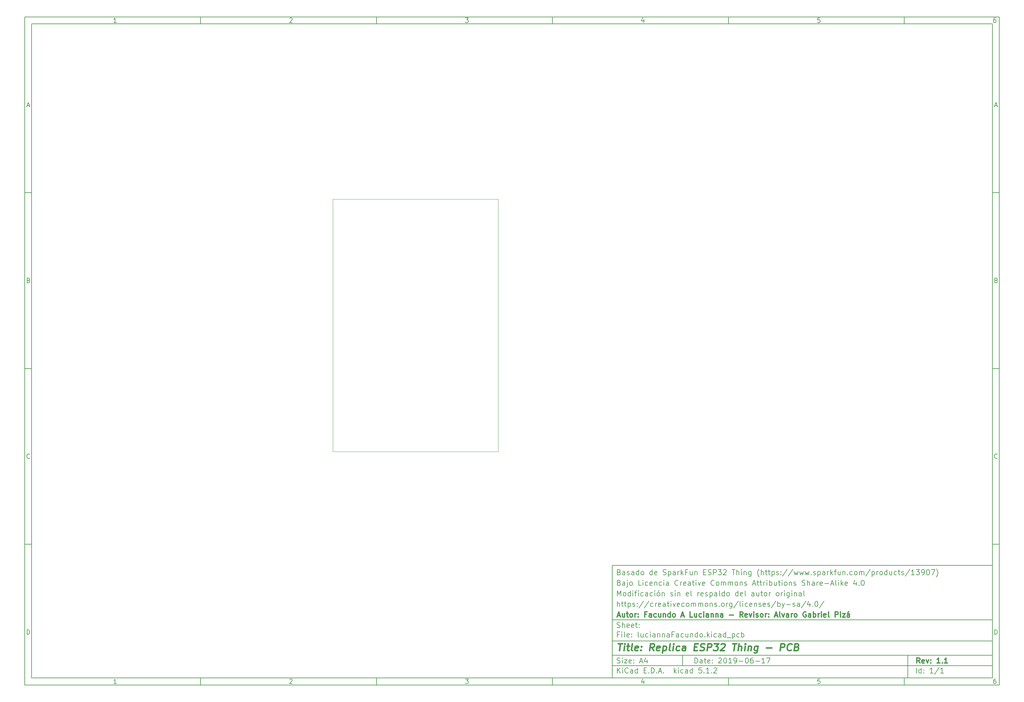
<source format=gbr>
G04 #@! TF.GenerationSoftware,KiCad,Pcbnew,5.1.2*
G04 #@! TF.CreationDate,2019-06-25T01:31:05-03:00*
G04 #@! TF.ProjectId,luciannaFacundo,6c756369-616e-46e6-9146-6163756e646f,1.1*
G04 #@! TF.SameCoordinates,Original*
G04 #@! TF.FileFunction,Profile,NP*
%FSLAX46Y46*%
G04 Gerber Fmt 4.6, Leading zero omitted, Abs format (unit mm)*
G04 Created by KiCad (PCBNEW 5.1.2) date 2019-06-25 01:31:05*
%MOMM*%
%LPD*%
G04 APERTURE LIST*
%ADD10C,0.100000*%
%ADD11C,0.150000*%
%ADD12C,0.300000*%
%ADD13C,0.400000*%
%ADD14C,0.050000*%
G04 APERTURE END LIST*
D10*
D11*
X177002200Y-166007200D02*
X177002200Y-198007200D01*
X285002200Y-198007200D01*
X285002200Y-166007200D01*
X177002200Y-166007200D01*
D10*
D11*
X10000000Y-10000000D02*
X10000000Y-200007200D01*
X287002200Y-200007200D01*
X287002200Y-10000000D01*
X10000000Y-10000000D01*
D10*
D11*
X12000000Y-12000000D02*
X12000000Y-198007200D01*
X285002200Y-198007200D01*
X285002200Y-12000000D01*
X12000000Y-12000000D01*
D10*
D11*
X60000000Y-12000000D02*
X60000000Y-10000000D01*
D10*
D11*
X110000000Y-12000000D02*
X110000000Y-10000000D01*
D10*
D11*
X160000000Y-12000000D02*
X160000000Y-10000000D01*
D10*
D11*
X210000000Y-12000000D02*
X210000000Y-10000000D01*
D10*
D11*
X260000000Y-12000000D02*
X260000000Y-10000000D01*
D10*
D11*
X36065476Y-11588095D02*
X35322619Y-11588095D01*
X35694047Y-11588095D02*
X35694047Y-10288095D01*
X35570238Y-10473809D01*
X35446428Y-10597619D01*
X35322619Y-10659523D01*
D10*
D11*
X85322619Y-10411904D02*
X85384523Y-10350000D01*
X85508333Y-10288095D01*
X85817857Y-10288095D01*
X85941666Y-10350000D01*
X86003571Y-10411904D01*
X86065476Y-10535714D01*
X86065476Y-10659523D01*
X86003571Y-10845238D01*
X85260714Y-11588095D01*
X86065476Y-11588095D01*
D10*
D11*
X135260714Y-10288095D02*
X136065476Y-10288095D01*
X135632142Y-10783333D01*
X135817857Y-10783333D01*
X135941666Y-10845238D01*
X136003571Y-10907142D01*
X136065476Y-11030952D01*
X136065476Y-11340476D01*
X136003571Y-11464285D01*
X135941666Y-11526190D01*
X135817857Y-11588095D01*
X135446428Y-11588095D01*
X135322619Y-11526190D01*
X135260714Y-11464285D01*
D10*
D11*
X185941666Y-10721428D02*
X185941666Y-11588095D01*
X185632142Y-10226190D02*
X185322619Y-11154761D01*
X186127380Y-11154761D01*
D10*
D11*
X236003571Y-10288095D02*
X235384523Y-10288095D01*
X235322619Y-10907142D01*
X235384523Y-10845238D01*
X235508333Y-10783333D01*
X235817857Y-10783333D01*
X235941666Y-10845238D01*
X236003571Y-10907142D01*
X236065476Y-11030952D01*
X236065476Y-11340476D01*
X236003571Y-11464285D01*
X235941666Y-11526190D01*
X235817857Y-11588095D01*
X235508333Y-11588095D01*
X235384523Y-11526190D01*
X235322619Y-11464285D01*
D10*
D11*
X285941666Y-10288095D02*
X285694047Y-10288095D01*
X285570238Y-10350000D01*
X285508333Y-10411904D01*
X285384523Y-10597619D01*
X285322619Y-10845238D01*
X285322619Y-11340476D01*
X285384523Y-11464285D01*
X285446428Y-11526190D01*
X285570238Y-11588095D01*
X285817857Y-11588095D01*
X285941666Y-11526190D01*
X286003571Y-11464285D01*
X286065476Y-11340476D01*
X286065476Y-11030952D01*
X286003571Y-10907142D01*
X285941666Y-10845238D01*
X285817857Y-10783333D01*
X285570238Y-10783333D01*
X285446428Y-10845238D01*
X285384523Y-10907142D01*
X285322619Y-11030952D01*
D10*
D11*
X60000000Y-198007200D02*
X60000000Y-200007200D01*
D10*
D11*
X110000000Y-198007200D02*
X110000000Y-200007200D01*
D10*
D11*
X160000000Y-198007200D02*
X160000000Y-200007200D01*
D10*
D11*
X210000000Y-198007200D02*
X210000000Y-200007200D01*
D10*
D11*
X260000000Y-198007200D02*
X260000000Y-200007200D01*
D10*
D11*
X36065476Y-199595295D02*
X35322619Y-199595295D01*
X35694047Y-199595295D02*
X35694047Y-198295295D01*
X35570238Y-198481009D01*
X35446428Y-198604819D01*
X35322619Y-198666723D01*
D10*
D11*
X85322619Y-198419104D02*
X85384523Y-198357200D01*
X85508333Y-198295295D01*
X85817857Y-198295295D01*
X85941666Y-198357200D01*
X86003571Y-198419104D01*
X86065476Y-198542914D01*
X86065476Y-198666723D01*
X86003571Y-198852438D01*
X85260714Y-199595295D01*
X86065476Y-199595295D01*
D10*
D11*
X135260714Y-198295295D02*
X136065476Y-198295295D01*
X135632142Y-198790533D01*
X135817857Y-198790533D01*
X135941666Y-198852438D01*
X136003571Y-198914342D01*
X136065476Y-199038152D01*
X136065476Y-199347676D01*
X136003571Y-199471485D01*
X135941666Y-199533390D01*
X135817857Y-199595295D01*
X135446428Y-199595295D01*
X135322619Y-199533390D01*
X135260714Y-199471485D01*
D10*
D11*
X185941666Y-198728628D02*
X185941666Y-199595295D01*
X185632142Y-198233390D02*
X185322619Y-199161961D01*
X186127380Y-199161961D01*
D10*
D11*
X236003571Y-198295295D02*
X235384523Y-198295295D01*
X235322619Y-198914342D01*
X235384523Y-198852438D01*
X235508333Y-198790533D01*
X235817857Y-198790533D01*
X235941666Y-198852438D01*
X236003571Y-198914342D01*
X236065476Y-199038152D01*
X236065476Y-199347676D01*
X236003571Y-199471485D01*
X235941666Y-199533390D01*
X235817857Y-199595295D01*
X235508333Y-199595295D01*
X235384523Y-199533390D01*
X235322619Y-199471485D01*
D10*
D11*
X285941666Y-198295295D02*
X285694047Y-198295295D01*
X285570238Y-198357200D01*
X285508333Y-198419104D01*
X285384523Y-198604819D01*
X285322619Y-198852438D01*
X285322619Y-199347676D01*
X285384523Y-199471485D01*
X285446428Y-199533390D01*
X285570238Y-199595295D01*
X285817857Y-199595295D01*
X285941666Y-199533390D01*
X286003571Y-199471485D01*
X286065476Y-199347676D01*
X286065476Y-199038152D01*
X286003571Y-198914342D01*
X285941666Y-198852438D01*
X285817857Y-198790533D01*
X285570238Y-198790533D01*
X285446428Y-198852438D01*
X285384523Y-198914342D01*
X285322619Y-199038152D01*
D10*
D11*
X10000000Y-60000000D02*
X12000000Y-60000000D01*
D10*
D11*
X10000000Y-110000000D02*
X12000000Y-110000000D01*
D10*
D11*
X10000000Y-160000000D02*
X12000000Y-160000000D01*
D10*
D11*
X10690476Y-35216666D02*
X11309523Y-35216666D01*
X10566666Y-35588095D02*
X11000000Y-34288095D01*
X11433333Y-35588095D01*
D10*
D11*
X11092857Y-84907142D02*
X11278571Y-84969047D01*
X11340476Y-85030952D01*
X11402380Y-85154761D01*
X11402380Y-85340476D01*
X11340476Y-85464285D01*
X11278571Y-85526190D01*
X11154761Y-85588095D01*
X10659523Y-85588095D01*
X10659523Y-84288095D01*
X11092857Y-84288095D01*
X11216666Y-84350000D01*
X11278571Y-84411904D01*
X11340476Y-84535714D01*
X11340476Y-84659523D01*
X11278571Y-84783333D01*
X11216666Y-84845238D01*
X11092857Y-84907142D01*
X10659523Y-84907142D01*
D10*
D11*
X11402380Y-135464285D02*
X11340476Y-135526190D01*
X11154761Y-135588095D01*
X11030952Y-135588095D01*
X10845238Y-135526190D01*
X10721428Y-135402380D01*
X10659523Y-135278571D01*
X10597619Y-135030952D01*
X10597619Y-134845238D01*
X10659523Y-134597619D01*
X10721428Y-134473809D01*
X10845238Y-134350000D01*
X11030952Y-134288095D01*
X11154761Y-134288095D01*
X11340476Y-134350000D01*
X11402380Y-134411904D01*
D10*
D11*
X10659523Y-185588095D02*
X10659523Y-184288095D01*
X10969047Y-184288095D01*
X11154761Y-184350000D01*
X11278571Y-184473809D01*
X11340476Y-184597619D01*
X11402380Y-184845238D01*
X11402380Y-185030952D01*
X11340476Y-185278571D01*
X11278571Y-185402380D01*
X11154761Y-185526190D01*
X10969047Y-185588095D01*
X10659523Y-185588095D01*
D10*
D11*
X287002200Y-60000000D02*
X285002200Y-60000000D01*
D10*
D11*
X287002200Y-110000000D02*
X285002200Y-110000000D01*
D10*
D11*
X287002200Y-160000000D02*
X285002200Y-160000000D01*
D10*
D11*
X285692676Y-35216666D02*
X286311723Y-35216666D01*
X285568866Y-35588095D02*
X286002200Y-34288095D01*
X286435533Y-35588095D01*
D10*
D11*
X286095057Y-84907142D02*
X286280771Y-84969047D01*
X286342676Y-85030952D01*
X286404580Y-85154761D01*
X286404580Y-85340476D01*
X286342676Y-85464285D01*
X286280771Y-85526190D01*
X286156961Y-85588095D01*
X285661723Y-85588095D01*
X285661723Y-84288095D01*
X286095057Y-84288095D01*
X286218866Y-84350000D01*
X286280771Y-84411904D01*
X286342676Y-84535714D01*
X286342676Y-84659523D01*
X286280771Y-84783333D01*
X286218866Y-84845238D01*
X286095057Y-84907142D01*
X285661723Y-84907142D01*
D10*
D11*
X286404580Y-135464285D02*
X286342676Y-135526190D01*
X286156961Y-135588095D01*
X286033152Y-135588095D01*
X285847438Y-135526190D01*
X285723628Y-135402380D01*
X285661723Y-135278571D01*
X285599819Y-135030952D01*
X285599819Y-134845238D01*
X285661723Y-134597619D01*
X285723628Y-134473809D01*
X285847438Y-134350000D01*
X286033152Y-134288095D01*
X286156961Y-134288095D01*
X286342676Y-134350000D01*
X286404580Y-134411904D01*
D10*
D11*
X285661723Y-185588095D02*
X285661723Y-184288095D01*
X285971247Y-184288095D01*
X286156961Y-184350000D01*
X286280771Y-184473809D01*
X286342676Y-184597619D01*
X286404580Y-184845238D01*
X286404580Y-185030952D01*
X286342676Y-185278571D01*
X286280771Y-185402380D01*
X286156961Y-185526190D01*
X285971247Y-185588095D01*
X285661723Y-185588095D01*
D10*
D11*
X200434342Y-193785771D02*
X200434342Y-192285771D01*
X200791485Y-192285771D01*
X201005771Y-192357200D01*
X201148628Y-192500057D01*
X201220057Y-192642914D01*
X201291485Y-192928628D01*
X201291485Y-193142914D01*
X201220057Y-193428628D01*
X201148628Y-193571485D01*
X201005771Y-193714342D01*
X200791485Y-193785771D01*
X200434342Y-193785771D01*
X202577200Y-193785771D02*
X202577200Y-193000057D01*
X202505771Y-192857200D01*
X202362914Y-192785771D01*
X202077200Y-192785771D01*
X201934342Y-192857200D01*
X202577200Y-193714342D02*
X202434342Y-193785771D01*
X202077200Y-193785771D01*
X201934342Y-193714342D01*
X201862914Y-193571485D01*
X201862914Y-193428628D01*
X201934342Y-193285771D01*
X202077200Y-193214342D01*
X202434342Y-193214342D01*
X202577200Y-193142914D01*
X203077200Y-192785771D02*
X203648628Y-192785771D01*
X203291485Y-192285771D02*
X203291485Y-193571485D01*
X203362914Y-193714342D01*
X203505771Y-193785771D01*
X203648628Y-193785771D01*
X204720057Y-193714342D02*
X204577200Y-193785771D01*
X204291485Y-193785771D01*
X204148628Y-193714342D01*
X204077200Y-193571485D01*
X204077200Y-193000057D01*
X204148628Y-192857200D01*
X204291485Y-192785771D01*
X204577200Y-192785771D01*
X204720057Y-192857200D01*
X204791485Y-193000057D01*
X204791485Y-193142914D01*
X204077200Y-193285771D01*
X205434342Y-193642914D02*
X205505771Y-193714342D01*
X205434342Y-193785771D01*
X205362914Y-193714342D01*
X205434342Y-193642914D01*
X205434342Y-193785771D01*
X205434342Y-192857200D02*
X205505771Y-192928628D01*
X205434342Y-193000057D01*
X205362914Y-192928628D01*
X205434342Y-192857200D01*
X205434342Y-193000057D01*
X207220057Y-192428628D02*
X207291485Y-192357200D01*
X207434342Y-192285771D01*
X207791485Y-192285771D01*
X207934342Y-192357200D01*
X208005771Y-192428628D01*
X208077200Y-192571485D01*
X208077200Y-192714342D01*
X208005771Y-192928628D01*
X207148628Y-193785771D01*
X208077200Y-193785771D01*
X209005771Y-192285771D02*
X209148628Y-192285771D01*
X209291485Y-192357200D01*
X209362914Y-192428628D01*
X209434342Y-192571485D01*
X209505771Y-192857200D01*
X209505771Y-193214342D01*
X209434342Y-193500057D01*
X209362914Y-193642914D01*
X209291485Y-193714342D01*
X209148628Y-193785771D01*
X209005771Y-193785771D01*
X208862914Y-193714342D01*
X208791485Y-193642914D01*
X208720057Y-193500057D01*
X208648628Y-193214342D01*
X208648628Y-192857200D01*
X208720057Y-192571485D01*
X208791485Y-192428628D01*
X208862914Y-192357200D01*
X209005771Y-192285771D01*
X210934342Y-193785771D02*
X210077200Y-193785771D01*
X210505771Y-193785771D02*
X210505771Y-192285771D01*
X210362914Y-192500057D01*
X210220057Y-192642914D01*
X210077200Y-192714342D01*
X211648628Y-193785771D02*
X211934342Y-193785771D01*
X212077200Y-193714342D01*
X212148628Y-193642914D01*
X212291485Y-193428628D01*
X212362914Y-193142914D01*
X212362914Y-192571485D01*
X212291485Y-192428628D01*
X212220057Y-192357200D01*
X212077200Y-192285771D01*
X211791485Y-192285771D01*
X211648628Y-192357200D01*
X211577200Y-192428628D01*
X211505771Y-192571485D01*
X211505771Y-192928628D01*
X211577200Y-193071485D01*
X211648628Y-193142914D01*
X211791485Y-193214342D01*
X212077200Y-193214342D01*
X212220057Y-193142914D01*
X212291485Y-193071485D01*
X212362914Y-192928628D01*
X213005771Y-193214342D02*
X214148628Y-193214342D01*
X215148628Y-192285771D02*
X215291485Y-192285771D01*
X215434342Y-192357200D01*
X215505771Y-192428628D01*
X215577200Y-192571485D01*
X215648628Y-192857200D01*
X215648628Y-193214342D01*
X215577200Y-193500057D01*
X215505771Y-193642914D01*
X215434342Y-193714342D01*
X215291485Y-193785771D01*
X215148628Y-193785771D01*
X215005771Y-193714342D01*
X214934342Y-193642914D01*
X214862914Y-193500057D01*
X214791485Y-193214342D01*
X214791485Y-192857200D01*
X214862914Y-192571485D01*
X214934342Y-192428628D01*
X215005771Y-192357200D01*
X215148628Y-192285771D01*
X216934342Y-192285771D02*
X216648628Y-192285771D01*
X216505771Y-192357200D01*
X216434342Y-192428628D01*
X216291485Y-192642914D01*
X216220057Y-192928628D01*
X216220057Y-193500057D01*
X216291485Y-193642914D01*
X216362914Y-193714342D01*
X216505771Y-193785771D01*
X216791485Y-193785771D01*
X216934342Y-193714342D01*
X217005771Y-193642914D01*
X217077200Y-193500057D01*
X217077200Y-193142914D01*
X217005771Y-193000057D01*
X216934342Y-192928628D01*
X216791485Y-192857200D01*
X216505771Y-192857200D01*
X216362914Y-192928628D01*
X216291485Y-193000057D01*
X216220057Y-193142914D01*
X217720057Y-193214342D02*
X218862914Y-193214342D01*
X220362914Y-193785771D02*
X219505771Y-193785771D01*
X219934342Y-193785771D02*
X219934342Y-192285771D01*
X219791485Y-192500057D01*
X219648628Y-192642914D01*
X219505771Y-192714342D01*
X220862914Y-192285771D02*
X221862914Y-192285771D01*
X221220057Y-193785771D01*
D10*
D11*
X177002200Y-194507200D02*
X285002200Y-194507200D01*
D10*
D11*
X178434342Y-196585771D02*
X178434342Y-195085771D01*
X179291485Y-196585771D02*
X178648628Y-195728628D01*
X179291485Y-195085771D02*
X178434342Y-195942914D01*
X179934342Y-196585771D02*
X179934342Y-195585771D01*
X179934342Y-195085771D02*
X179862914Y-195157200D01*
X179934342Y-195228628D01*
X180005771Y-195157200D01*
X179934342Y-195085771D01*
X179934342Y-195228628D01*
X181505771Y-196442914D02*
X181434342Y-196514342D01*
X181220057Y-196585771D01*
X181077200Y-196585771D01*
X180862914Y-196514342D01*
X180720057Y-196371485D01*
X180648628Y-196228628D01*
X180577200Y-195942914D01*
X180577200Y-195728628D01*
X180648628Y-195442914D01*
X180720057Y-195300057D01*
X180862914Y-195157200D01*
X181077200Y-195085771D01*
X181220057Y-195085771D01*
X181434342Y-195157200D01*
X181505771Y-195228628D01*
X182791485Y-196585771D02*
X182791485Y-195800057D01*
X182720057Y-195657200D01*
X182577200Y-195585771D01*
X182291485Y-195585771D01*
X182148628Y-195657200D01*
X182791485Y-196514342D02*
X182648628Y-196585771D01*
X182291485Y-196585771D01*
X182148628Y-196514342D01*
X182077200Y-196371485D01*
X182077200Y-196228628D01*
X182148628Y-196085771D01*
X182291485Y-196014342D01*
X182648628Y-196014342D01*
X182791485Y-195942914D01*
X184148628Y-196585771D02*
X184148628Y-195085771D01*
X184148628Y-196514342D02*
X184005771Y-196585771D01*
X183720057Y-196585771D01*
X183577200Y-196514342D01*
X183505771Y-196442914D01*
X183434342Y-196300057D01*
X183434342Y-195871485D01*
X183505771Y-195728628D01*
X183577200Y-195657200D01*
X183720057Y-195585771D01*
X184005771Y-195585771D01*
X184148628Y-195657200D01*
X186005771Y-195800057D02*
X186505771Y-195800057D01*
X186720057Y-196585771D02*
X186005771Y-196585771D01*
X186005771Y-195085771D01*
X186720057Y-195085771D01*
X187362914Y-196442914D02*
X187434342Y-196514342D01*
X187362914Y-196585771D01*
X187291485Y-196514342D01*
X187362914Y-196442914D01*
X187362914Y-196585771D01*
X188077200Y-196585771D02*
X188077200Y-195085771D01*
X188434342Y-195085771D01*
X188648628Y-195157200D01*
X188791485Y-195300057D01*
X188862914Y-195442914D01*
X188934342Y-195728628D01*
X188934342Y-195942914D01*
X188862914Y-196228628D01*
X188791485Y-196371485D01*
X188648628Y-196514342D01*
X188434342Y-196585771D01*
X188077200Y-196585771D01*
X189577200Y-196442914D02*
X189648628Y-196514342D01*
X189577200Y-196585771D01*
X189505771Y-196514342D01*
X189577200Y-196442914D01*
X189577200Y-196585771D01*
X190220057Y-196157200D02*
X190934342Y-196157200D01*
X190077200Y-196585771D02*
X190577200Y-195085771D01*
X191077200Y-196585771D01*
X191577200Y-196442914D02*
X191648628Y-196514342D01*
X191577200Y-196585771D01*
X191505771Y-196514342D01*
X191577200Y-196442914D01*
X191577200Y-196585771D01*
X194577200Y-196585771D02*
X194577200Y-195085771D01*
X194720057Y-196014342D02*
X195148628Y-196585771D01*
X195148628Y-195585771D02*
X194577200Y-196157200D01*
X195791485Y-196585771D02*
X195791485Y-195585771D01*
X195791485Y-195085771D02*
X195720057Y-195157200D01*
X195791485Y-195228628D01*
X195862914Y-195157200D01*
X195791485Y-195085771D01*
X195791485Y-195228628D01*
X197148628Y-196514342D02*
X197005771Y-196585771D01*
X196720057Y-196585771D01*
X196577200Y-196514342D01*
X196505771Y-196442914D01*
X196434342Y-196300057D01*
X196434342Y-195871485D01*
X196505771Y-195728628D01*
X196577200Y-195657200D01*
X196720057Y-195585771D01*
X197005771Y-195585771D01*
X197148628Y-195657200D01*
X198434342Y-196585771D02*
X198434342Y-195800057D01*
X198362914Y-195657200D01*
X198220057Y-195585771D01*
X197934342Y-195585771D01*
X197791485Y-195657200D01*
X198434342Y-196514342D02*
X198291485Y-196585771D01*
X197934342Y-196585771D01*
X197791485Y-196514342D01*
X197720057Y-196371485D01*
X197720057Y-196228628D01*
X197791485Y-196085771D01*
X197934342Y-196014342D01*
X198291485Y-196014342D01*
X198434342Y-195942914D01*
X199791485Y-196585771D02*
X199791485Y-195085771D01*
X199791485Y-196514342D02*
X199648628Y-196585771D01*
X199362914Y-196585771D01*
X199220057Y-196514342D01*
X199148628Y-196442914D01*
X199077200Y-196300057D01*
X199077200Y-195871485D01*
X199148628Y-195728628D01*
X199220057Y-195657200D01*
X199362914Y-195585771D01*
X199648628Y-195585771D01*
X199791485Y-195657200D01*
X202362914Y-195085771D02*
X201648628Y-195085771D01*
X201577200Y-195800057D01*
X201648628Y-195728628D01*
X201791485Y-195657200D01*
X202148628Y-195657200D01*
X202291485Y-195728628D01*
X202362914Y-195800057D01*
X202434342Y-195942914D01*
X202434342Y-196300057D01*
X202362914Y-196442914D01*
X202291485Y-196514342D01*
X202148628Y-196585771D01*
X201791485Y-196585771D01*
X201648628Y-196514342D01*
X201577200Y-196442914D01*
X203077200Y-196442914D02*
X203148628Y-196514342D01*
X203077200Y-196585771D01*
X203005771Y-196514342D01*
X203077200Y-196442914D01*
X203077200Y-196585771D01*
X204577200Y-196585771D02*
X203720057Y-196585771D01*
X204148628Y-196585771D02*
X204148628Y-195085771D01*
X204005771Y-195300057D01*
X203862914Y-195442914D01*
X203720057Y-195514342D01*
X205220057Y-196442914D02*
X205291485Y-196514342D01*
X205220057Y-196585771D01*
X205148628Y-196514342D01*
X205220057Y-196442914D01*
X205220057Y-196585771D01*
X205862914Y-195228628D02*
X205934342Y-195157200D01*
X206077200Y-195085771D01*
X206434342Y-195085771D01*
X206577200Y-195157200D01*
X206648628Y-195228628D01*
X206720057Y-195371485D01*
X206720057Y-195514342D01*
X206648628Y-195728628D01*
X205791485Y-196585771D01*
X206720057Y-196585771D01*
D10*
D11*
X177002200Y-191507200D02*
X285002200Y-191507200D01*
D10*
D12*
X264411485Y-193785771D02*
X263911485Y-193071485D01*
X263554342Y-193785771D02*
X263554342Y-192285771D01*
X264125771Y-192285771D01*
X264268628Y-192357200D01*
X264340057Y-192428628D01*
X264411485Y-192571485D01*
X264411485Y-192785771D01*
X264340057Y-192928628D01*
X264268628Y-193000057D01*
X264125771Y-193071485D01*
X263554342Y-193071485D01*
X265625771Y-193714342D02*
X265482914Y-193785771D01*
X265197200Y-193785771D01*
X265054342Y-193714342D01*
X264982914Y-193571485D01*
X264982914Y-193000057D01*
X265054342Y-192857200D01*
X265197200Y-192785771D01*
X265482914Y-192785771D01*
X265625771Y-192857200D01*
X265697200Y-193000057D01*
X265697200Y-193142914D01*
X264982914Y-193285771D01*
X266197200Y-192785771D02*
X266554342Y-193785771D01*
X266911485Y-192785771D01*
X267482914Y-193642914D02*
X267554342Y-193714342D01*
X267482914Y-193785771D01*
X267411485Y-193714342D01*
X267482914Y-193642914D01*
X267482914Y-193785771D01*
X267482914Y-192857200D02*
X267554342Y-192928628D01*
X267482914Y-193000057D01*
X267411485Y-192928628D01*
X267482914Y-192857200D01*
X267482914Y-193000057D01*
X270125771Y-193785771D02*
X269268628Y-193785771D01*
X269697200Y-193785771D02*
X269697200Y-192285771D01*
X269554342Y-192500057D01*
X269411485Y-192642914D01*
X269268628Y-192714342D01*
X270768628Y-193642914D02*
X270840057Y-193714342D01*
X270768628Y-193785771D01*
X270697200Y-193714342D01*
X270768628Y-193642914D01*
X270768628Y-193785771D01*
X272268628Y-193785771D02*
X271411485Y-193785771D01*
X271840057Y-193785771D02*
X271840057Y-192285771D01*
X271697200Y-192500057D01*
X271554342Y-192642914D01*
X271411485Y-192714342D01*
D10*
D11*
X178362914Y-193714342D02*
X178577200Y-193785771D01*
X178934342Y-193785771D01*
X179077200Y-193714342D01*
X179148628Y-193642914D01*
X179220057Y-193500057D01*
X179220057Y-193357200D01*
X179148628Y-193214342D01*
X179077200Y-193142914D01*
X178934342Y-193071485D01*
X178648628Y-193000057D01*
X178505771Y-192928628D01*
X178434342Y-192857200D01*
X178362914Y-192714342D01*
X178362914Y-192571485D01*
X178434342Y-192428628D01*
X178505771Y-192357200D01*
X178648628Y-192285771D01*
X179005771Y-192285771D01*
X179220057Y-192357200D01*
X179862914Y-193785771D02*
X179862914Y-192785771D01*
X179862914Y-192285771D02*
X179791485Y-192357200D01*
X179862914Y-192428628D01*
X179934342Y-192357200D01*
X179862914Y-192285771D01*
X179862914Y-192428628D01*
X180434342Y-192785771D02*
X181220057Y-192785771D01*
X180434342Y-193785771D01*
X181220057Y-193785771D01*
X182362914Y-193714342D02*
X182220057Y-193785771D01*
X181934342Y-193785771D01*
X181791485Y-193714342D01*
X181720057Y-193571485D01*
X181720057Y-193000057D01*
X181791485Y-192857200D01*
X181934342Y-192785771D01*
X182220057Y-192785771D01*
X182362914Y-192857200D01*
X182434342Y-193000057D01*
X182434342Y-193142914D01*
X181720057Y-193285771D01*
X183077200Y-193642914D02*
X183148628Y-193714342D01*
X183077200Y-193785771D01*
X183005771Y-193714342D01*
X183077200Y-193642914D01*
X183077200Y-193785771D01*
X183077200Y-192857200D02*
X183148628Y-192928628D01*
X183077200Y-193000057D01*
X183005771Y-192928628D01*
X183077200Y-192857200D01*
X183077200Y-193000057D01*
X184862914Y-193357200D02*
X185577200Y-193357200D01*
X184720057Y-193785771D02*
X185220057Y-192285771D01*
X185720057Y-193785771D01*
X186862914Y-192785771D02*
X186862914Y-193785771D01*
X186505771Y-192214342D02*
X186148628Y-193285771D01*
X187077200Y-193285771D01*
D10*
D11*
X263434342Y-196585771D02*
X263434342Y-195085771D01*
X264791485Y-196585771D02*
X264791485Y-195085771D01*
X264791485Y-196514342D02*
X264648628Y-196585771D01*
X264362914Y-196585771D01*
X264220057Y-196514342D01*
X264148628Y-196442914D01*
X264077200Y-196300057D01*
X264077200Y-195871485D01*
X264148628Y-195728628D01*
X264220057Y-195657200D01*
X264362914Y-195585771D01*
X264648628Y-195585771D01*
X264791485Y-195657200D01*
X265505771Y-196442914D02*
X265577200Y-196514342D01*
X265505771Y-196585771D01*
X265434342Y-196514342D01*
X265505771Y-196442914D01*
X265505771Y-196585771D01*
X265505771Y-195657200D02*
X265577200Y-195728628D01*
X265505771Y-195800057D01*
X265434342Y-195728628D01*
X265505771Y-195657200D01*
X265505771Y-195800057D01*
X268148628Y-196585771D02*
X267291485Y-196585771D01*
X267720057Y-196585771D02*
X267720057Y-195085771D01*
X267577200Y-195300057D01*
X267434342Y-195442914D01*
X267291485Y-195514342D01*
X269862914Y-195014342D02*
X268577200Y-196942914D01*
X271148628Y-196585771D02*
X270291485Y-196585771D01*
X270720057Y-196585771D02*
X270720057Y-195085771D01*
X270577200Y-195300057D01*
X270434342Y-195442914D01*
X270291485Y-195514342D01*
D10*
D11*
X177002200Y-187507200D02*
X285002200Y-187507200D01*
D10*
D13*
X178714580Y-188211961D02*
X179857438Y-188211961D01*
X179036009Y-190211961D02*
X179286009Y-188211961D01*
X180274104Y-190211961D02*
X180440771Y-188878628D01*
X180524104Y-188211961D02*
X180416961Y-188307200D01*
X180500295Y-188402438D01*
X180607438Y-188307200D01*
X180524104Y-188211961D01*
X180500295Y-188402438D01*
X181107438Y-188878628D02*
X181869342Y-188878628D01*
X181476485Y-188211961D02*
X181262200Y-189926247D01*
X181333628Y-190116723D01*
X181512200Y-190211961D01*
X181702676Y-190211961D01*
X182655057Y-190211961D02*
X182476485Y-190116723D01*
X182405057Y-189926247D01*
X182619342Y-188211961D01*
X184190771Y-190116723D02*
X183988390Y-190211961D01*
X183607438Y-190211961D01*
X183428866Y-190116723D01*
X183357438Y-189926247D01*
X183452676Y-189164342D01*
X183571723Y-188973866D01*
X183774104Y-188878628D01*
X184155057Y-188878628D01*
X184333628Y-188973866D01*
X184405057Y-189164342D01*
X184381247Y-189354819D01*
X183405057Y-189545295D01*
X185155057Y-190021485D02*
X185238390Y-190116723D01*
X185131247Y-190211961D01*
X185047914Y-190116723D01*
X185155057Y-190021485D01*
X185131247Y-190211961D01*
X185286009Y-188973866D02*
X185369342Y-189069104D01*
X185262200Y-189164342D01*
X185178866Y-189069104D01*
X185286009Y-188973866D01*
X185262200Y-189164342D01*
X188750295Y-190211961D02*
X188202676Y-189259580D01*
X187607438Y-190211961D02*
X187857438Y-188211961D01*
X188619342Y-188211961D01*
X188797914Y-188307200D01*
X188881247Y-188402438D01*
X188952676Y-188592914D01*
X188916961Y-188878628D01*
X188797914Y-189069104D01*
X188690771Y-189164342D01*
X188488390Y-189259580D01*
X187726485Y-189259580D01*
X190381247Y-190116723D02*
X190178866Y-190211961D01*
X189797914Y-190211961D01*
X189619342Y-190116723D01*
X189547914Y-189926247D01*
X189643152Y-189164342D01*
X189762200Y-188973866D01*
X189964580Y-188878628D01*
X190345533Y-188878628D01*
X190524104Y-188973866D01*
X190595533Y-189164342D01*
X190571723Y-189354819D01*
X189595533Y-189545295D01*
X191488390Y-188878628D02*
X191238390Y-190878628D01*
X191476485Y-188973866D02*
X191678866Y-188878628D01*
X192059819Y-188878628D01*
X192238390Y-188973866D01*
X192321723Y-189069104D01*
X192393152Y-189259580D01*
X192321723Y-189831009D01*
X192202676Y-190021485D01*
X192095533Y-190116723D01*
X191893152Y-190211961D01*
X191512200Y-190211961D01*
X191333628Y-190116723D01*
X193416961Y-190211961D02*
X193238390Y-190116723D01*
X193166961Y-189926247D01*
X193381247Y-188211961D01*
X194178866Y-190211961D02*
X194345533Y-188878628D01*
X194428866Y-188211961D02*
X194321723Y-188307200D01*
X194405057Y-188402438D01*
X194512200Y-188307200D01*
X194428866Y-188211961D01*
X194405057Y-188402438D01*
X196000295Y-190116723D02*
X195797914Y-190211961D01*
X195416961Y-190211961D01*
X195238390Y-190116723D01*
X195155057Y-190021485D01*
X195083628Y-189831009D01*
X195155057Y-189259580D01*
X195274104Y-189069104D01*
X195381247Y-188973866D01*
X195583628Y-188878628D01*
X195964580Y-188878628D01*
X196143152Y-188973866D01*
X197702676Y-190211961D02*
X197833628Y-189164342D01*
X197762200Y-188973866D01*
X197583628Y-188878628D01*
X197202676Y-188878628D01*
X197000295Y-188973866D01*
X197714580Y-190116723D02*
X197512200Y-190211961D01*
X197036009Y-190211961D01*
X196857438Y-190116723D01*
X196786009Y-189926247D01*
X196809819Y-189735771D01*
X196928866Y-189545295D01*
X197131247Y-189450057D01*
X197607438Y-189450057D01*
X197809819Y-189354819D01*
X200309819Y-189164342D02*
X200976485Y-189164342D01*
X201131247Y-190211961D02*
X200178866Y-190211961D01*
X200428866Y-188211961D01*
X201381247Y-188211961D01*
X201905057Y-190116723D02*
X202178866Y-190211961D01*
X202655057Y-190211961D01*
X202857438Y-190116723D01*
X202964580Y-190021485D01*
X203083628Y-189831009D01*
X203107438Y-189640533D01*
X203036009Y-189450057D01*
X202952676Y-189354819D01*
X202774104Y-189259580D01*
X202405057Y-189164342D01*
X202226485Y-189069104D01*
X202143152Y-188973866D01*
X202071723Y-188783390D01*
X202095533Y-188592914D01*
X202214580Y-188402438D01*
X202321723Y-188307200D01*
X202524104Y-188211961D01*
X203000295Y-188211961D01*
X203274104Y-188307200D01*
X203893152Y-190211961D02*
X204143152Y-188211961D01*
X204905057Y-188211961D01*
X205083628Y-188307200D01*
X205166961Y-188402438D01*
X205238390Y-188592914D01*
X205202676Y-188878628D01*
X205083628Y-189069104D01*
X204976485Y-189164342D01*
X204774104Y-189259580D01*
X204012200Y-189259580D01*
X205952676Y-188211961D02*
X207190771Y-188211961D01*
X206428866Y-188973866D01*
X206714580Y-188973866D01*
X206893152Y-189069104D01*
X206976485Y-189164342D01*
X207047914Y-189354819D01*
X206988390Y-189831009D01*
X206869342Y-190021485D01*
X206762200Y-190116723D01*
X206559819Y-190211961D01*
X205988390Y-190211961D01*
X205809819Y-190116723D01*
X205726485Y-190021485D01*
X207928866Y-188402438D02*
X208036009Y-188307200D01*
X208238390Y-188211961D01*
X208714580Y-188211961D01*
X208893152Y-188307200D01*
X208976485Y-188402438D01*
X209047914Y-188592914D01*
X209024104Y-188783390D01*
X208893152Y-189069104D01*
X207607438Y-190211961D01*
X208845533Y-190211961D01*
X211190771Y-188211961D02*
X212333628Y-188211961D01*
X211512200Y-190211961D02*
X211762200Y-188211961D01*
X212750295Y-190211961D02*
X213000295Y-188211961D01*
X213607438Y-190211961D02*
X213738390Y-189164342D01*
X213666961Y-188973866D01*
X213488390Y-188878628D01*
X213202676Y-188878628D01*
X213000295Y-188973866D01*
X212893152Y-189069104D01*
X214559819Y-190211961D02*
X214726485Y-188878628D01*
X214809819Y-188211961D02*
X214702676Y-188307200D01*
X214786009Y-188402438D01*
X214893152Y-188307200D01*
X214809819Y-188211961D01*
X214786009Y-188402438D01*
X215678866Y-188878628D02*
X215512200Y-190211961D01*
X215655057Y-189069104D02*
X215762200Y-188973866D01*
X215964580Y-188878628D01*
X216250295Y-188878628D01*
X216428866Y-188973866D01*
X216500295Y-189164342D01*
X216369342Y-190211961D01*
X218345533Y-188878628D02*
X218143152Y-190497676D01*
X218024104Y-190688152D01*
X217916961Y-190783390D01*
X217714580Y-190878628D01*
X217428866Y-190878628D01*
X217250295Y-190783390D01*
X218190771Y-190116723D02*
X217988390Y-190211961D01*
X217607438Y-190211961D01*
X217428866Y-190116723D01*
X217345533Y-190021485D01*
X217274104Y-189831009D01*
X217345533Y-189259580D01*
X217464580Y-189069104D01*
X217571723Y-188973866D01*
X217774104Y-188878628D01*
X218155057Y-188878628D01*
X218333628Y-188973866D01*
X220750295Y-189450057D02*
X222274104Y-189450057D01*
X224655057Y-190211961D02*
X224905057Y-188211961D01*
X225666961Y-188211961D01*
X225845533Y-188307200D01*
X225928866Y-188402438D01*
X226000295Y-188592914D01*
X225964580Y-188878628D01*
X225845533Y-189069104D01*
X225738390Y-189164342D01*
X225536009Y-189259580D01*
X224774104Y-189259580D01*
X227821723Y-190021485D02*
X227714580Y-190116723D01*
X227416961Y-190211961D01*
X227226485Y-190211961D01*
X226952676Y-190116723D01*
X226786009Y-189926247D01*
X226714580Y-189735771D01*
X226666961Y-189354819D01*
X226702676Y-189069104D01*
X226845533Y-188688152D01*
X226964580Y-188497676D01*
X227178866Y-188307200D01*
X227476485Y-188211961D01*
X227666961Y-188211961D01*
X227940771Y-188307200D01*
X228024104Y-188402438D01*
X229452676Y-189164342D02*
X229726485Y-189259580D01*
X229809819Y-189354819D01*
X229881247Y-189545295D01*
X229845533Y-189831009D01*
X229726485Y-190021485D01*
X229619342Y-190116723D01*
X229416961Y-190211961D01*
X228655057Y-190211961D01*
X228905057Y-188211961D01*
X229571723Y-188211961D01*
X229750295Y-188307200D01*
X229833628Y-188402438D01*
X229905057Y-188592914D01*
X229881247Y-188783390D01*
X229762199Y-188973866D01*
X229655057Y-189069104D01*
X229452676Y-189164342D01*
X228786009Y-189164342D01*
D10*
D11*
X178934342Y-185600057D02*
X178434342Y-185600057D01*
X178434342Y-186385771D02*
X178434342Y-184885771D01*
X179148628Y-184885771D01*
X179720057Y-186385771D02*
X179720057Y-185385771D01*
X179720057Y-184885771D02*
X179648628Y-184957200D01*
X179720057Y-185028628D01*
X179791485Y-184957200D01*
X179720057Y-184885771D01*
X179720057Y-185028628D01*
X180648628Y-186385771D02*
X180505771Y-186314342D01*
X180434342Y-186171485D01*
X180434342Y-184885771D01*
X181791485Y-186314342D02*
X181648628Y-186385771D01*
X181362914Y-186385771D01*
X181220057Y-186314342D01*
X181148628Y-186171485D01*
X181148628Y-185600057D01*
X181220057Y-185457200D01*
X181362914Y-185385771D01*
X181648628Y-185385771D01*
X181791485Y-185457200D01*
X181862914Y-185600057D01*
X181862914Y-185742914D01*
X181148628Y-185885771D01*
X182505771Y-186242914D02*
X182577200Y-186314342D01*
X182505771Y-186385771D01*
X182434342Y-186314342D01*
X182505771Y-186242914D01*
X182505771Y-186385771D01*
X182505771Y-185457200D02*
X182577200Y-185528628D01*
X182505771Y-185600057D01*
X182434342Y-185528628D01*
X182505771Y-185457200D01*
X182505771Y-185600057D01*
X184577200Y-186385771D02*
X184434342Y-186314342D01*
X184362914Y-186171485D01*
X184362914Y-184885771D01*
X185791485Y-185385771D02*
X185791485Y-186385771D01*
X185148628Y-185385771D02*
X185148628Y-186171485D01*
X185220057Y-186314342D01*
X185362914Y-186385771D01*
X185577200Y-186385771D01*
X185720057Y-186314342D01*
X185791485Y-186242914D01*
X187148628Y-186314342D02*
X187005771Y-186385771D01*
X186720057Y-186385771D01*
X186577200Y-186314342D01*
X186505771Y-186242914D01*
X186434342Y-186100057D01*
X186434342Y-185671485D01*
X186505771Y-185528628D01*
X186577200Y-185457200D01*
X186720057Y-185385771D01*
X187005771Y-185385771D01*
X187148628Y-185457200D01*
X187791485Y-186385771D02*
X187791485Y-185385771D01*
X187791485Y-184885771D02*
X187720057Y-184957200D01*
X187791485Y-185028628D01*
X187862914Y-184957200D01*
X187791485Y-184885771D01*
X187791485Y-185028628D01*
X189148628Y-186385771D02*
X189148628Y-185600057D01*
X189077200Y-185457200D01*
X188934342Y-185385771D01*
X188648628Y-185385771D01*
X188505771Y-185457200D01*
X189148628Y-186314342D02*
X189005771Y-186385771D01*
X188648628Y-186385771D01*
X188505771Y-186314342D01*
X188434342Y-186171485D01*
X188434342Y-186028628D01*
X188505771Y-185885771D01*
X188648628Y-185814342D01*
X189005771Y-185814342D01*
X189148628Y-185742914D01*
X189862914Y-185385771D02*
X189862914Y-186385771D01*
X189862914Y-185528628D02*
X189934342Y-185457200D01*
X190077200Y-185385771D01*
X190291485Y-185385771D01*
X190434342Y-185457200D01*
X190505771Y-185600057D01*
X190505771Y-186385771D01*
X191220057Y-185385771D02*
X191220057Y-186385771D01*
X191220057Y-185528628D02*
X191291485Y-185457200D01*
X191434342Y-185385771D01*
X191648628Y-185385771D01*
X191791485Y-185457200D01*
X191862914Y-185600057D01*
X191862914Y-186385771D01*
X193220057Y-186385771D02*
X193220057Y-185600057D01*
X193148628Y-185457200D01*
X193005771Y-185385771D01*
X192720057Y-185385771D01*
X192577200Y-185457200D01*
X193220057Y-186314342D02*
X193077200Y-186385771D01*
X192720057Y-186385771D01*
X192577200Y-186314342D01*
X192505771Y-186171485D01*
X192505771Y-186028628D01*
X192577200Y-185885771D01*
X192720057Y-185814342D01*
X193077200Y-185814342D01*
X193220057Y-185742914D01*
X194434342Y-185600057D02*
X193934342Y-185600057D01*
X193934342Y-186385771D02*
X193934342Y-184885771D01*
X194648628Y-184885771D01*
X195862914Y-186385771D02*
X195862914Y-185600057D01*
X195791485Y-185457200D01*
X195648628Y-185385771D01*
X195362914Y-185385771D01*
X195220057Y-185457200D01*
X195862914Y-186314342D02*
X195720057Y-186385771D01*
X195362914Y-186385771D01*
X195220057Y-186314342D01*
X195148628Y-186171485D01*
X195148628Y-186028628D01*
X195220057Y-185885771D01*
X195362914Y-185814342D01*
X195720057Y-185814342D01*
X195862914Y-185742914D01*
X197220057Y-186314342D02*
X197077200Y-186385771D01*
X196791485Y-186385771D01*
X196648628Y-186314342D01*
X196577200Y-186242914D01*
X196505771Y-186100057D01*
X196505771Y-185671485D01*
X196577200Y-185528628D01*
X196648628Y-185457200D01*
X196791485Y-185385771D01*
X197077200Y-185385771D01*
X197220057Y-185457200D01*
X198505771Y-185385771D02*
X198505771Y-186385771D01*
X197862914Y-185385771D02*
X197862914Y-186171485D01*
X197934342Y-186314342D01*
X198077200Y-186385771D01*
X198291485Y-186385771D01*
X198434342Y-186314342D01*
X198505771Y-186242914D01*
X199220057Y-185385771D02*
X199220057Y-186385771D01*
X199220057Y-185528628D02*
X199291485Y-185457200D01*
X199434342Y-185385771D01*
X199648628Y-185385771D01*
X199791485Y-185457200D01*
X199862914Y-185600057D01*
X199862914Y-186385771D01*
X201220057Y-186385771D02*
X201220057Y-184885771D01*
X201220057Y-186314342D02*
X201077200Y-186385771D01*
X200791485Y-186385771D01*
X200648628Y-186314342D01*
X200577200Y-186242914D01*
X200505771Y-186100057D01*
X200505771Y-185671485D01*
X200577200Y-185528628D01*
X200648628Y-185457200D01*
X200791485Y-185385771D01*
X201077200Y-185385771D01*
X201220057Y-185457200D01*
X202148628Y-186385771D02*
X202005771Y-186314342D01*
X201934342Y-186242914D01*
X201862914Y-186100057D01*
X201862914Y-185671485D01*
X201934342Y-185528628D01*
X202005771Y-185457200D01*
X202148628Y-185385771D01*
X202362914Y-185385771D01*
X202505771Y-185457200D01*
X202577200Y-185528628D01*
X202648628Y-185671485D01*
X202648628Y-186100057D01*
X202577200Y-186242914D01*
X202505771Y-186314342D01*
X202362914Y-186385771D01*
X202148628Y-186385771D01*
X203291485Y-186242914D02*
X203362914Y-186314342D01*
X203291485Y-186385771D01*
X203220057Y-186314342D01*
X203291485Y-186242914D01*
X203291485Y-186385771D01*
X204005771Y-186385771D02*
X204005771Y-184885771D01*
X204148628Y-185814342D02*
X204577200Y-186385771D01*
X204577200Y-185385771D02*
X204005771Y-185957200D01*
X205220057Y-186385771D02*
X205220057Y-185385771D01*
X205220057Y-184885771D02*
X205148628Y-184957200D01*
X205220057Y-185028628D01*
X205291485Y-184957200D01*
X205220057Y-184885771D01*
X205220057Y-185028628D01*
X206577200Y-186314342D02*
X206434342Y-186385771D01*
X206148628Y-186385771D01*
X206005771Y-186314342D01*
X205934342Y-186242914D01*
X205862914Y-186100057D01*
X205862914Y-185671485D01*
X205934342Y-185528628D01*
X206005771Y-185457200D01*
X206148628Y-185385771D01*
X206434342Y-185385771D01*
X206577200Y-185457200D01*
X207862914Y-186385771D02*
X207862914Y-185600057D01*
X207791485Y-185457200D01*
X207648628Y-185385771D01*
X207362914Y-185385771D01*
X207220057Y-185457200D01*
X207862914Y-186314342D02*
X207720057Y-186385771D01*
X207362914Y-186385771D01*
X207220057Y-186314342D01*
X207148628Y-186171485D01*
X207148628Y-186028628D01*
X207220057Y-185885771D01*
X207362914Y-185814342D01*
X207720057Y-185814342D01*
X207862914Y-185742914D01*
X209220057Y-186385771D02*
X209220057Y-184885771D01*
X209220057Y-186314342D02*
X209077200Y-186385771D01*
X208791485Y-186385771D01*
X208648628Y-186314342D01*
X208577200Y-186242914D01*
X208505771Y-186100057D01*
X208505771Y-185671485D01*
X208577200Y-185528628D01*
X208648628Y-185457200D01*
X208791485Y-185385771D01*
X209077200Y-185385771D01*
X209220057Y-185457200D01*
X209577200Y-186528628D02*
X210720057Y-186528628D01*
X211077200Y-185385771D02*
X211077200Y-186885771D01*
X211077200Y-185457200D02*
X211220057Y-185385771D01*
X211505771Y-185385771D01*
X211648628Y-185457200D01*
X211720057Y-185528628D01*
X211791485Y-185671485D01*
X211791485Y-186100057D01*
X211720057Y-186242914D01*
X211648628Y-186314342D01*
X211505771Y-186385771D01*
X211220057Y-186385771D01*
X211077200Y-186314342D01*
X213077200Y-186314342D02*
X212934342Y-186385771D01*
X212648628Y-186385771D01*
X212505771Y-186314342D01*
X212434342Y-186242914D01*
X212362914Y-186100057D01*
X212362914Y-185671485D01*
X212434342Y-185528628D01*
X212505771Y-185457200D01*
X212648628Y-185385771D01*
X212934342Y-185385771D01*
X213077200Y-185457200D01*
X213720057Y-186385771D02*
X213720057Y-184885771D01*
X213720057Y-185457200D02*
X213862914Y-185385771D01*
X214148628Y-185385771D01*
X214291485Y-185457200D01*
X214362914Y-185528628D01*
X214434342Y-185671485D01*
X214434342Y-186100057D01*
X214362914Y-186242914D01*
X214291485Y-186314342D01*
X214148628Y-186385771D01*
X213862914Y-186385771D01*
X213720057Y-186314342D01*
D10*
D11*
X177002200Y-181507200D02*
X285002200Y-181507200D01*
D10*
D11*
X178362914Y-183614342D02*
X178577200Y-183685771D01*
X178934342Y-183685771D01*
X179077200Y-183614342D01*
X179148628Y-183542914D01*
X179220057Y-183400057D01*
X179220057Y-183257200D01*
X179148628Y-183114342D01*
X179077200Y-183042914D01*
X178934342Y-182971485D01*
X178648628Y-182900057D01*
X178505771Y-182828628D01*
X178434342Y-182757200D01*
X178362914Y-182614342D01*
X178362914Y-182471485D01*
X178434342Y-182328628D01*
X178505771Y-182257200D01*
X178648628Y-182185771D01*
X179005771Y-182185771D01*
X179220057Y-182257200D01*
X179862914Y-183685771D02*
X179862914Y-182185771D01*
X180505771Y-183685771D02*
X180505771Y-182900057D01*
X180434342Y-182757200D01*
X180291485Y-182685771D01*
X180077200Y-182685771D01*
X179934342Y-182757200D01*
X179862914Y-182828628D01*
X181791485Y-183614342D02*
X181648628Y-183685771D01*
X181362914Y-183685771D01*
X181220057Y-183614342D01*
X181148628Y-183471485D01*
X181148628Y-182900057D01*
X181220057Y-182757200D01*
X181362914Y-182685771D01*
X181648628Y-182685771D01*
X181791485Y-182757200D01*
X181862914Y-182900057D01*
X181862914Y-183042914D01*
X181148628Y-183185771D01*
X183077200Y-183614342D02*
X182934342Y-183685771D01*
X182648628Y-183685771D01*
X182505771Y-183614342D01*
X182434342Y-183471485D01*
X182434342Y-182900057D01*
X182505771Y-182757200D01*
X182648628Y-182685771D01*
X182934342Y-182685771D01*
X183077200Y-182757200D01*
X183148628Y-182900057D01*
X183148628Y-183042914D01*
X182434342Y-183185771D01*
X183577200Y-182685771D02*
X184148628Y-182685771D01*
X183791485Y-182185771D02*
X183791485Y-183471485D01*
X183862914Y-183614342D01*
X184005771Y-183685771D01*
X184148628Y-183685771D01*
X184648628Y-183542914D02*
X184720057Y-183614342D01*
X184648628Y-183685771D01*
X184577200Y-183614342D01*
X184648628Y-183542914D01*
X184648628Y-183685771D01*
X184648628Y-182757200D02*
X184720057Y-182828628D01*
X184648628Y-182900057D01*
X184577200Y-182828628D01*
X184648628Y-182757200D01*
X184648628Y-182900057D01*
D10*
D12*
X178482914Y-180257200D02*
X179197200Y-180257200D01*
X178340057Y-180685771D02*
X178840057Y-179185771D01*
X179340057Y-180685771D01*
X180482914Y-179685771D02*
X180482914Y-180685771D01*
X179840057Y-179685771D02*
X179840057Y-180471485D01*
X179911485Y-180614342D01*
X180054342Y-180685771D01*
X180268628Y-180685771D01*
X180411485Y-180614342D01*
X180482914Y-180542914D01*
X180982914Y-179685771D02*
X181554342Y-179685771D01*
X181197200Y-179185771D02*
X181197200Y-180471485D01*
X181268628Y-180614342D01*
X181411485Y-180685771D01*
X181554342Y-180685771D01*
X182268628Y-180685771D02*
X182125771Y-180614342D01*
X182054342Y-180542914D01*
X181982914Y-180400057D01*
X181982914Y-179971485D01*
X182054342Y-179828628D01*
X182125771Y-179757200D01*
X182268628Y-179685771D01*
X182482914Y-179685771D01*
X182625771Y-179757200D01*
X182697200Y-179828628D01*
X182768628Y-179971485D01*
X182768628Y-180400057D01*
X182697200Y-180542914D01*
X182625771Y-180614342D01*
X182482914Y-180685771D01*
X182268628Y-180685771D01*
X183411485Y-180685771D02*
X183411485Y-179685771D01*
X183411485Y-179971485D02*
X183482914Y-179828628D01*
X183554342Y-179757200D01*
X183697200Y-179685771D01*
X183840057Y-179685771D01*
X184340057Y-180542914D02*
X184411485Y-180614342D01*
X184340057Y-180685771D01*
X184268628Y-180614342D01*
X184340057Y-180542914D01*
X184340057Y-180685771D01*
X184340057Y-179757200D02*
X184411485Y-179828628D01*
X184340057Y-179900057D01*
X184268628Y-179828628D01*
X184340057Y-179757200D01*
X184340057Y-179900057D01*
X186697200Y-179900057D02*
X186197200Y-179900057D01*
X186197200Y-180685771D02*
X186197200Y-179185771D01*
X186911485Y-179185771D01*
X188125771Y-180685771D02*
X188125771Y-179900057D01*
X188054342Y-179757200D01*
X187911485Y-179685771D01*
X187625771Y-179685771D01*
X187482914Y-179757200D01*
X188125771Y-180614342D02*
X187982914Y-180685771D01*
X187625771Y-180685771D01*
X187482914Y-180614342D01*
X187411485Y-180471485D01*
X187411485Y-180328628D01*
X187482914Y-180185771D01*
X187625771Y-180114342D01*
X187982914Y-180114342D01*
X188125771Y-180042914D01*
X189482914Y-180614342D02*
X189340057Y-180685771D01*
X189054342Y-180685771D01*
X188911485Y-180614342D01*
X188840057Y-180542914D01*
X188768628Y-180400057D01*
X188768628Y-179971485D01*
X188840057Y-179828628D01*
X188911485Y-179757200D01*
X189054342Y-179685771D01*
X189340057Y-179685771D01*
X189482914Y-179757200D01*
X190768628Y-179685771D02*
X190768628Y-180685771D01*
X190125771Y-179685771D02*
X190125771Y-180471485D01*
X190197200Y-180614342D01*
X190340057Y-180685771D01*
X190554342Y-180685771D01*
X190697200Y-180614342D01*
X190768628Y-180542914D01*
X191482914Y-179685771D02*
X191482914Y-180685771D01*
X191482914Y-179828628D02*
X191554342Y-179757200D01*
X191697200Y-179685771D01*
X191911485Y-179685771D01*
X192054342Y-179757200D01*
X192125771Y-179900057D01*
X192125771Y-180685771D01*
X193482914Y-180685771D02*
X193482914Y-179185771D01*
X193482914Y-180614342D02*
X193340057Y-180685771D01*
X193054342Y-180685771D01*
X192911485Y-180614342D01*
X192840057Y-180542914D01*
X192768628Y-180400057D01*
X192768628Y-179971485D01*
X192840057Y-179828628D01*
X192911485Y-179757200D01*
X193054342Y-179685771D01*
X193340057Y-179685771D01*
X193482914Y-179757200D01*
X194411485Y-180685771D02*
X194268628Y-180614342D01*
X194197200Y-180542914D01*
X194125771Y-180400057D01*
X194125771Y-179971485D01*
X194197200Y-179828628D01*
X194268628Y-179757200D01*
X194411485Y-179685771D01*
X194625771Y-179685771D01*
X194768628Y-179757200D01*
X194840057Y-179828628D01*
X194911485Y-179971485D01*
X194911485Y-180400057D01*
X194840057Y-180542914D01*
X194768628Y-180614342D01*
X194625771Y-180685771D01*
X194411485Y-180685771D01*
X196625771Y-180257200D02*
X197340057Y-180257200D01*
X196482914Y-180685771D02*
X196982914Y-179185771D01*
X197482914Y-180685771D01*
X199840057Y-180685771D02*
X199125771Y-180685771D01*
X199125771Y-179185771D01*
X200982914Y-179685771D02*
X200982914Y-180685771D01*
X200340057Y-179685771D02*
X200340057Y-180471485D01*
X200411485Y-180614342D01*
X200554342Y-180685771D01*
X200768628Y-180685771D01*
X200911485Y-180614342D01*
X200982914Y-180542914D01*
X202340057Y-180614342D02*
X202197200Y-180685771D01*
X201911485Y-180685771D01*
X201768628Y-180614342D01*
X201697200Y-180542914D01*
X201625771Y-180400057D01*
X201625771Y-179971485D01*
X201697200Y-179828628D01*
X201768628Y-179757200D01*
X201911485Y-179685771D01*
X202197200Y-179685771D01*
X202340057Y-179757200D01*
X202982914Y-180685771D02*
X202982914Y-179685771D01*
X202982914Y-179185771D02*
X202911485Y-179257200D01*
X202982914Y-179328628D01*
X203054342Y-179257200D01*
X202982914Y-179185771D01*
X202982914Y-179328628D01*
X204340057Y-180685771D02*
X204340057Y-179900057D01*
X204268628Y-179757200D01*
X204125771Y-179685771D01*
X203840057Y-179685771D01*
X203697200Y-179757200D01*
X204340057Y-180614342D02*
X204197200Y-180685771D01*
X203840057Y-180685771D01*
X203697200Y-180614342D01*
X203625771Y-180471485D01*
X203625771Y-180328628D01*
X203697200Y-180185771D01*
X203840057Y-180114342D01*
X204197200Y-180114342D01*
X204340057Y-180042914D01*
X205054342Y-179685771D02*
X205054342Y-180685771D01*
X205054342Y-179828628D02*
X205125771Y-179757200D01*
X205268628Y-179685771D01*
X205482914Y-179685771D01*
X205625771Y-179757200D01*
X205697200Y-179900057D01*
X205697200Y-180685771D01*
X206411485Y-179685771D02*
X206411485Y-180685771D01*
X206411485Y-179828628D02*
X206482914Y-179757200D01*
X206625771Y-179685771D01*
X206840057Y-179685771D01*
X206982914Y-179757200D01*
X207054342Y-179900057D01*
X207054342Y-180685771D01*
X208411485Y-180685771D02*
X208411485Y-179900057D01*
X208340057Y-179757200D01*
X208197200Y-179685771D01*
X207911485Y-179685771D01*
X207768628Y-179757200D01*
X208411485Y-180614342D02*
X208268628Y-180685771D01*
X207911485Y-180685771D01*
X207768628Y-180614342D01*
X207697200Y-180471485D01*
X207697200Y-180328628D01*
X207768628Y-180185771D01*
X207911485Y-180114342D01*
X208268628Y-180114342D01*
X208411485Y-180042914D01*
X210268628Y-180114342D02*
X211411485Y-180114342D01*
X214125771Y-180685771D02*
X213625771Y-179971485D01*
X213268628Y-180685771D02*
X213268628Y-179185771D01*
X213840057Y-179185771D01*
X213982914Y-179257200D01*
X214054342Y-179328628D01*
X214125771Y-179471485D01*
X214125771Y-179685771D01*
X214054342Y-179828628D01*
X213982914Y-179900057D01*
X213840057Y-179971485D01*
X213268628Y-179971485D01*
X215340057Y-180614342D02*
X215197200Y-180685771D01*
X214911485Y-180685771D01*
X214768628Y-180614342D01*
X214697200Y-180471485D01*
X214697200Y-179900057D01*
X214768628Y-179757200D01*
X214911485Y-179685771D01*
X215197200Y-179685771D01*
X215340057Y-179757200D01*
X215411485Y-179900057D01*
X215411485Y-180042914D01*
X214697200Y-180185771D01*
X215911485Y-179685771D02*
X216268628Y-180685771D01*
X216625771Y-179685771D01*
X217197200Y-180685771D02*
X217197200Y-179685771D01*
X217197200Y-179185771D02*
X217125771Y-179257200D01*
X217197200Y-179328628D01*
X217268628Y-179257200D01*
X217197200Y-179185771D01*
X217197200Y-179328628D01*
X217840057Y-180614342D02*
X217982914Y-180685771D01*
X218268628Y-180685771D01*
X218411485Y-180614342D01*
X218482914Y-180471485D01*
X218482914Y-180400057D01*
X218411485Y-180257200D01*
X218268628Y-180185771D01*
X218054342Y-180185771D01*
X217911485Y-180114342D01*
X217840057Y-179971485D01*
X217840057Y-179900057D01*
X217911485Y-179757200D01*
X218054342Y-179685771D01*
X218268628Y-179685771D01*
X218411485Y-179757200D01*
X219340057Y-180685771D02*
X219197200Y-180614342D01*
X219125771Y-180542914D01*
X219054342Y-180400057D01*
X219054342Y-179971485D01*
X219125771Y-179828628D01*
X219197200Y-179757200D01*
X219340057Y-179685771D01*
X219554342Y-179685771D01*
X219697200Y-179757200D01*
X219768628Y-179828628D01*
X219840057Y-179971485D01*
X219840057Y-180400057D01*
X219768628Y-180542914D01*
X219697200Y-180614342D01*
X219554342Y-180685771D01*
X219340057Y-180685771D01*
X220482914Y-180685771D02*
X220482914Y-179685771D01*
X220482914Y-179971485D02*
X220554342Y-179828628D01*
X220625771Y-179757200D01*
X220768628Y-179685771D01*
X220911485Y-179685771D01*
X221411485Y-180542914D02*
X221482914Y-180614342D01*
X221411485Y-180685771D01*
X221340057Y-180614342D01*
X221411485Y-180542914D01*
X221411485Y-180685771D01*
X221411485Y-179757200D02*
X221482914Y-179828628D01*
X221411485Y-179900057D01*
X221340057Y-179828628D01*
X221411485Y-179757200D01*
X221411485Y-179900057D01*
X223197200Y-180257200D02*
X223911485Y-180257200D01*
X223054342Y-180685771D02*
X223554342Y-179185771D01*
X224054342Y-180685771D01*
X224768628Y-180685771D02*
X224625771Y-180614342D01*
X224554342Y-180471485D01*
X224554342Y-179185771D01*
X225197200Y-179685771D02*
X225554342Y-180685771D01*
X225911485Y-179685771D01*
X227125771Y-180685771D02*
X227125771Y-179900057D01*
X227054342Y-179757200D01*
X226911485Y-179685771D01*
X226625771Y-179685771D01*
X226482914Y-179757200D01*
X227125771Y-180614342D02*
X226982914Y-180685771D01*
X226625771Y-180685771D01*
X226482914Y-180614342D01*
X226411485Y-180471485D01*
X226411485Y-180328628D01*
X226482914Y-180185771D01*
X226625771Y-180114342D01*
X226982914Y-180114342D01*
X227125771Y-180042914D01*
X227840057Y-180685771D02*
X227840057Y-179685771D01*
X227840057Y-179971485D02*
X227911485Y-179828628D01*
X227982914Y-179757200D01*
X228125771Y-179685771D01*
X228268628Y-179685771D01*
X228982914Y-180685771D02*
X228840057Y-180614342D01*
X228768628Y-180542914D01*
X228697200Y-180400057D01*
X228697200Y-179971485D01*
X228768628Y-179828628D01*
X228840057Y-179757200D01*
X228982914Y-179685771D01*
X229197200Y-179685771D01*
X229340057Y-179757200D01*
X229411485Y-179828628D01*
X229482914Y-179971485D01*
X229482914Y-180400057D01*
X229411485Y-180542914D01*
X229340057Y-180614342D01*
X229197200Y-180685771D01*
X228982914Y-180685771D01*
X232054342Y-179257200D02*
X231911485Y-179185771D01*
X231697200Y-179185771D01*
X231482914Y-179257200D01*
X231340057Y-179400057D01*
X231268628Y-179542914D01*
X231197200Y-179828628D01*
X231197200Y-180042914D01*
X231268628Y-180328628D01*
X231340057Y-180471485D01*
X231482914Y-180614342D01*
X231697200Y-180685771D01*
X231840057Y-180685771D01*
X232054342Y-180614342D01*
X232125771Y-180542914D01*
X232125771Y-180042914D01*
X231840057Y-180042914D01*
X233411485Y-180685771D02*
X233411485Y-179900057D01*
X233340057Y-179757200D01*
X233197200Y-179685771D01*
X232911485Y-179685771D01*
X232768628Y-179757200D01*
X233411485Y-180614342D02*
X233268628Y-180685771D01*
X232911485Y-180685771D01*
X232768628Y-180614342D01*
X232697200Y-180471485D01*
X232697200Y-180328628D01*
X232768628Y-180185771D01*
X232911485Y-180114342D01*
X233268628Y-180114342D01*
X233411485Y-180042914D01*
X234125771Y-180685771D02*
X234125771Y-179185771D01*
X234125771Y-179757200D02*
X234268628Y-179685771D01*
X234554342Y-179685771D01*
X234697200Y-179757200D01*
X234768628Y-179828628D01*
X234840057Y-179971485D01*
X234840057Y-180400057D01*
X234768628Y-180542914D01*
X234697200Y-180614342D01*
X234554342Y-180685771D01*
X234268628Y-180685771D01*
X234125771Y-180614342D01*
X235482914Y-180685771D02*
X235482914Y-179685771D01*
X235482914Y-179971485D02*
X235554342Y-179828628D01*
X235625771Y-179757200D01*
X235768628Y-179685771D01*
X235911485Y-179685771D01*
X236411485Y-180685771D02*
X236411485Y-179685771D01*
X236411485Y-179185771D02*
X236340057Y-179257200D01*
X236411485Y-179328628D01*
X236482914Y-179257200D01*
X236411485Y-179185771D01*
X236411485Y-179328628D01*
X237697200Y-180614342D02*
X237554342Y-180685771D01*
X237268628Y-180685771D01*
X237125771Y-180614342D01*
X237054342Y-180471485D01*
X237054342Y-179900057D01*
X237125771Y-179757200D01*
X237268628Y-179685771D01*
X237554342Y-179685771D01*
X237697200Y-179757200D01*
X237768628Y-179900057D01*
X237768628Y-180042914D01*
X237054342Y-180185771D01*
X238625771Y-180685771D02*
X238482914Y-180614342D01*
X238411485Y-180471485D01*
X238411485Y-179185771D01*
X240340057Y-180685771D02*
X240340057Y-179185771D01*
X240911485Y-179185771D01*
X241054342Y-179257200D01*
X241125771Y-179328628D01*
X241197200Y-179471485D01*
X241197200Y-179685771D01*
X241125771Y-179828628D01*
X241054342Y-179900057D01*
X240911485Y-179971485D01*
X240340057Y-179971485D01*
X241840057Y-180685771D02*
X241840057Y-179685771D01*
X241840057Y-179185771D02*
X241768628Y-179257200D01*
X241840057Y-179328628D01*
X241911485Y-179257200D01*
X241840057Y-179185771D01*
X241840057Y-179328628D01*
X242411485Y-179685771D02*
X243197200Y-179685771D01*
X242411485Y-180685771D01*
X243197200Y-180685771D01*
X244411485Y-180685771D02*
X244411485Y-179900057D01*
X244340057Y-179757200D01*
X244197200Y-179685771D01*
X243911485Y-179685771D01*
X243768628Y-179757200D01*
X244411485Y-180614342D02*
X244268628Y-180685771D01*
X243911485Y-180685771D01*
X243768628Y-180614342D01*
X243697200Y-180471485D01*
X243697200Y-180328628D01*
X243768628Y-180185771D01*
X243911485Y-180114342D01*
X244268628Y-180114342D01*
X244411485Y-180042914D01*
X244197200Y-179114342D02*
X243982914Y-179328628D01*
D10*
D11*
X178434342Y-177685771D02*
X178434342Y-176185771D01*
X179077200Y-177685771D02*
X179077200Y-176900057D01*
X179005771Y-176757200D01*
X178862914Y-176685771D01*
X178648628Y-176685771D01*
X178505771Y-176757200D01*
X178434342Y-176828628D01*
X179577200Y-176685771D02*
X180148628Y-176685771D01*
X179791485Y-176185771D02*
X179791485Y-177471485D01*
X179862914Y-177614342D01*
X180005771Y-177685771D01*
X180148628Y-177685771D01*
X180434342Y-176685771D02*
X181005771Y-176685771D01*
X180648628Y-176185771D02*
X180648628Y-177471485D01*
X180720057Y-177614342D01*
X180862914Y-177685771D01*
X181005771Y-177685771D01*
X181505771Y-176685771D02*
X181505771Y-178185771D01*
X181505771Y-176757200D02*
X181648628Y-176685771D01*
X181934342Y-176685771D01*
X182077200Y-176757200D01*
X182148628Y-176828628D01*
X182220057Y-176971485D01*
X182220057Y-177400057D01*
X182148628Y-177542914D01*
X182077200Y-177614342D01*
X181934342Y-177685771D01*
X181648628Y-177685771D01*
X181505771Y-177614342D01*
X182791485Y-177614342D02*
X182934342Y-177685771D01*
X183220057Y-177685771D01*
X183362914Y-177614342D01*
X183434342Y-177471485D01*
X183434342Y-177400057D01*
X183362914Y-177257200D01*
X183220057Y-177185771D01*
X183005771Y-177185771D01*
X182862914Y-177114342D01*
X182791485Y-176971485D01*
X182791485Y-176900057D01*
X182862914Y-176757200D01*
X183005771Y-176685771D01*
X183220057Y-176685771D01*
X183362914Y-176757200D01*
X184077200Y-177542914D02*
X184148628Y-177614342D01*
X184077200Y-177685771D01*
X184005771Y-177614342D01*
X184077200Y-177542914D01*
X184077200Y-177685771D01*
X184077200Y-176757200D02*
X184148628Y-176828628D01*
X184077200Y-176900057D01*
X184005771Y-176828628D01*
X184077200Y-176757200D01*
X184077200Y-176900057D01*
X185862914Y-176114342D02*
X184577200Y-178042914D01*
X187434342Y-176114342D02*
X186148628Y-178042914D01*
X188577200Y-177614342D02*
X188434342Y-177685771D01*
X188148628Y-177685771D01*
X188005771Y-177614342D01*
X187934342Y-177542914D01*
X187862914Y-177400057D01*
X187862914Y-176971485D01*
X187934342Y-176828628D01*
X188005771Y-176757200D01*
X188148628Y-176685771D01*
X188434342Y-176685771D01*
X188577200Y-176757200D01*
X189220057Y-177685771D02*
X189220057Y-176685771D01*
X189220057Y-176971485D02*
X189291485Y-176828628D01*
X189362914Y-176757200D01*
X189505771Y-176685771D01*
X189648628Y-176685771D01*
X190720057Y-177614342D02*
X190577200Y-177685771D01*
X190291485Y-177685771D01*
X190148628Y-177614342D01*
X190077200Y-177471485D01*
X190077200Y-176900057D01*
X190148628Y-176757200D01*
X190291485Y-176685771D01*
X190577200Y-176685771D01*
X190720057Y-176757200D01*
X190791485Y-176900057D01*
X190791485Y-177042914D01*
X190077200Y-177185771D01*
X192077200Y-177685771D02*
X192077200Y-176900057D01*
X192005771Y-176757200D01*
X191862914Y-176685771D01*
X191577200Y-176685771D01*
X191434342Y-176757200D01*
X192077200Y-177614342D02*
X191934342Y-177685771D01*
X191577200Y-177685771D01*
X191434342Y-177614342D01*
X191362914Y-177471485D01*
X191362914Y-177328628D01*
X191434342Y-177185771D01*
X191577200Y-177114342D01*
X191934342Y-177114342D01*
X192077200Y-177042914D01*
X192577200Y-176685771D02*
X193148628Y-176685771D01*
X192791485Y-176185771D02*
X192791485Y-177471485D01*
X192862914Y-177614342D01*
X193005771Y-177685771D01*
X193148628Y-177685771D01*
X193648628Y-177685771D02*
X193648628Y-176685771D01*
X193648628Y-176185771D02*
X193577200Y-176257200D01*
X193648628Y-176328628D01*
X193720057Y-176257200D01*
X193648628Y-176185771D01*
X193648628Y-176328628D01*
X194220057Y-176685771D02*
X194577200Y-177685771D01*
X194934342Y-176685771D01*
X196077200Y-177614342D02*
X195934342Y-177685771D01*
X195648628Y-177685771D01*
X195505771Y-177614342D01*
X195434342Y-177471485D01*
X195434342Y-176900057D01*
X195505771Y-176757200D01*
X195648628Y-176685771D01*
X195934342Y-176685771D01*
X196077200Y-176757200D01*
X196148628Y-176900057D01*
X196148628Y-177042914D01*
X195434342Y-177185771D01*
X197434342Y-177614342D02*
X197291485Y-177685771D01*
X197005771Y-177685771D01*
X196862914Y-177614342D01*
X196791485Y-177542914D01*
X196720057Y-177400057D01*
X196720057Y-176971485D01*
X196791485Y-176828628D01*
X196862914Y-176757200D01*
X197005771Y-176685771D01*
X197291485Y-176685771D01*
X197434342Y-176757200D01*
X198291485Y-177685771D02*
X198148628Y-177614342D01*
X198077200Y-177542914D01*
X198005771Y-177400057D01*
X198005771Y-176971485D01*
X198077200Y-176828628D01*
X198148628Y-176757200D01*
X198291485Y-176685771D01*
X198505771Y-176685771D01*
X198648628Y-176757200D01*
X198720057Y-176828628D01*
X198791485Y-176971485D01*
X198791485Y-177400057D01*
X198720057Y-177542914D01*
X198648628Y-177614342D01*
X198505771Y-177685771D01*
X198291485Y-177685771D01*
X199434342Y-177685771D02*
X199434342Y-176685771D01*
X199434342Y-176828628D02*
X199505771Y-176757200D01*
X199648628Y-176685771D01*
X199862914Y-176685771D01*
X200005771Y-176757200D01*
X200077200Y-176900057D01*
X200077200Y-177685771D01*
X200077200Y-176900057D02*
X200148628Y-176757200D01*
X200291485Y-176685771D01*
X200505771Y-176685771D01*
X200648628Y-176757200D01*
X200720057Y-176900057D01*
X200720057Y-177685771D01*
X201434342Y-177685771D02*
X201434342Y-176685771D01*
X201434342Y-176828628D02*
X201505771Y-176757200D01*
X201648628Y-176685771D01*
X201862914Y-176685771D01*
X202005771Y-176757200D01*
X202077200Y-176900057D01*
X202077200Y-177685771D01*
X202077200Y-176900057D02*
X202148628Y-176757200D01*
X202291485Y-176685771D01*
X202505771Y-176685771D01*
X202648628Y-176757200D01*
X202720057Y-176900057D01*
X202720057Y-177685771D01*
X203648628Y-177685771D02*
X203505771Y-177614342D01*
X203434342Y-177542914D01*
X203362914Y-177400057D01*
X203362914Y-176971485D01*
X203434342Y-176828628D01*
X203505771Y-176757200D01*
X203648628Y-176685771D01*
X203862914Y-176685771D01*
X204005771Y-176757200D01*
X204077200Y-176828628D01*
X204148628Y-176971485D01*
X204148628Y-177400057D01*
X204077200Y-177542914D01*
X204005771Y-177614342D01*
X203862914Y-177685771D01*
X203648628Y-177685771D01*
X204791485Y-176685771D02*
X204791485Y-177685771D01*
X204791485Y-176828628D02*
X204862914Y-176757200D01*
X205005771Y-176685771D01*
X205220057Y-176685771D01*
X205362914Y-176757200D01*
X205434342Y-176900057D01*
X205434342Y-177685771D01*
X206077200Y-177614342D02*
X206220057Y-177685771D01*
X206505771Y-177685771D01*
X206648628Y-177614342D01*
X206720057Y-177471485D01*
X206720057Y-177400057D01*
X206648628Y-177257200D01*
X206505771Y-177185771D01*
X206291485Y-177185771D01*
X206148628Y-177114342D01*
X206077200Y-176971485D01*
X206077200Y-176900057D01*
X206148628Y-176757200D01*
X206291485Y-176685771D01*
X206505771Y-176685771D01*
X206648628Y-176757200D01*
X207362914Y-177542914D02*
X207434342Y-177614342D01*
X207362914Y-177685771D01*
X207291485Y-177614342D01*
X207362914Y-177542914D01*
X207362914Y-177685771D01*
X208291485Y-177685771D02*
X208148628Y-177614342D01*
X208077200Y-177542914D01*
X208005771Y-177400057D01*
X208005771Y-176971485D01*
X208077200Y-176828628D01*
X208148628Y-176757200D01*
X208291485Y-176685771D01*
X208505771Y-176685771D01*
X208648628Y-176757200D01*
X208720057Y-176828628D01*
X208791485Y-176971485D01*
X208791485Y-177400057D01*
X208720057Y-177542914D01*
X208648628Y-177614342D01*
X208505771Y-177685771D01*
X208291485Y-177685771D01*
X209434342Y-177685771D02*
X209434342Y-176685771D01*
X209434342Y-176971485D02*
X209505771Y-176828628D01*
X209577200Y-176757200D01*
X209720057Y-176685771D01*
X209862914Y-176685771D01*
X211005771Y-176685771D02*
X211005771Y-177900057D01*
X210934342Y-178042914D01*
X210862914Y-178114342D01*
X210720057Y-178185771D01*
X210505771Y-178185771D01*
X210362914Y-178114342D01*
X211005771Y-177614342D02*
X210862914Y-177685771D01*
X210577200Y-177685771D01*
X210434342Y-177614342D01*
X210362914Y-177542914D01*
X210291485Y-177400057D01*
X210291485Y-176971485D01*
X210362914Y-176828628D01*
X210434342Y-176757200D01*
X210577200Y-176685771D01*
X210862914Y-176685771D01*
X211005771Y-176757200D01*
X212791485Y-176114342D02*
X211505771Y-178042914D01*
X213505771Y-177685771D02*
X213362914Y-177614342D01*
X213291485Y-177471485D01*
X213291485Y-176185771D01*
X214077200Y-177685771D02*
X214077200Y-176685771D01*
X214077200Y-176185771D02*
X214005771Y-176257200D01*
X214077200Y-176328628D01*
X214148628Y-176257200D01*
X214077200Y-176185771D01*
X214077200Y-176328628D01*
X215434342Y-177614342D02*
X215291485Y-177685771D01*
X215005771Y-177685771D01*
X214862914Y-177614342D01*
X214791485Y-177542914D01*
X214720057Y-177400057D01*
X214720057Y-176971485D01*
X214791485Y-176828628D01*
X214862914Y-176757200D01*
X215005771Y-176685771D01*
X215291485Y-176685771D01*
X215434342Y-176757200D01*
X216648628Y-177614342D02*
X216505771Y-177685771D01*
X216220057Y-177685771D01*
X216077200Y-177614342D01*
X216005771Y-177471485D01*
X216005771Y-176900057D01*
X216077200Y-176757200D01*
X216220057Y-176685771D01*
X216505771Y-176685771D01*
X216648628Y-176757200D01*
X216720057Y-176900057D01*
X216720057Y-177042914D01*
X216005771Y-177185771D01*
X217362914Y-176685771D02*
X217362914Y-177685771D01*
X217362914Y-176828628D02*
X217434342Y-176757200D01*
X217577200Y-176685771D01*
X217791485Y-176685771D01*
X217934342Y-176757200D01*
X218005771Y-176900057D01*
X218005771Y-177685771D01*
X218648628Y-177614342D02*
X218791485Y-177685771D01*
X219077200Y-177685771D01*
X219220057Y-177614342D01*
X219291485Y-177471485D01*
X219291485Y-177400057D01*
X219220057Y-177257200D01*
X219077200Y-177185771D01*
X218862914Y-177185771D01*
X218720057Y-177114342D01*
X218648628Y-176971485D01*
X218648628Y-176900057D01*
X218720057Y-176757200D01*
X218862914Y-176685771D01*
X219077200Y-176685771D01*
X219220057Y-176757200D01*
X220505771Y-177614342D02*
X220362914Y-177685771D01*
X220077200Y-177685771D01*
X219934342Y-177614342D01*
X219862914Y-177471485D01*
X219862914Y-176900057D01*
X219934342Y-176757200D01*
X220077200Y-176685771D01*
X220362914Y-176685771D01*
X220505771Y-176757200D01*
X220577200Y-176900057D01*
X220577200Y-177042914D01*
X219862914Y-177185771D01*
X221148628Y-177614342D02*
X221291485Y-177685771D01*
X221577200Y-177685771D01*
X221720057Y-177614342D01*
X221791485Y-177471485D01*
X221791485Y-177400057D01*
X221720057Y-177257200D01*
X221577200Y-177185771D01*
X221362914Y-177185771D01*
X221220057Y-177114342D01*
X221148628Y-176971485D01*
X221148628Y-176900057D01*
X221220057Y-176757200D01*
X221362914Y-176685771D01*
X221577200Y-176685771D01*
X221720057Y-176757200D01*
X223505771Y-176114342D02*
X222220057Y-178042914D01*
X224005771Y-177685771D02*
X224005771Y-176185771D01*
X224005771Y-176757200D02*
X224148628Y-176685771D01*
X224434342Y-176685771D01*
X224577200Y-176757200D01*
X224648628Y-176828628D01*
X224720057Y-176971485D01*
X224720057Y-177400057D01*
X224648628Y-177542914D01*
X224577200Y-177614342D01*
X224434342Y-177685771D01*
X224148628Y-177685771D01*
X224005771Y-177614342D01*
X225220057Y-176685771D02*
X225577200Y-177685771D01*
X225934342Y-176685771D02*
X225577200Y-177685771D01*
X225434342Y-178042914D01*
X225362914Y-178114342D01*
X225220057Y-178185771D01*
X226505771Y-177114342D02*
X227648628Y-177114342D01*
X228291485Y-177614342D02*
X228434342Y-177685771D01*
X228720057Y-177685771D01*
X228862914Y-177614342D01*
X228934342Y-177471485D01*
X228934342Y-177400057D01*
X228862914Y-177257200D01*
X228720057Y-177185771D01*
X228505771Y-177185771D01*
X228362914Y-177114342D01*
X228291485Y-176971485D01*
X228291485Y-176900057D01*
X228362914Y-176757200D01*
X228505771Y-176685771D01*
X228720057Y-176685771D01*
X228862914Y-176757200D01*
X230220057Y-177685771D02*
X230220057Y-176900057D01*
X230148628Y-176757200D01*
X230005771Y-176685771D01*
X229720057Y-176685771D01*
X229577200Y-176757200D01*
X230220057Y-177614342D02*
X230077200Y-177685771D01*
X229720057Y-177685771D01*
X229577200Y-177614342D01*
X229505771Y-177471485D01*
X229505771Y-177328628D01*
X229577200Y-177185771D01*
X229720057Y-177114342D01*
X230077200Y-177114342D01*
X230220057Y-177042914D01*
X232005771Y-176114342D02*
X230720057Y-178042914D01*
X233148628Y-176685771D02*
X233148628Y-177685771D01*
X232791485Y-176114342D02*
X232434342Y-177185771D01*
X233362914Y-177185771D01*
X233934342Y-177542914D02*
X234005771Y-177614342D01*
X233934342Y-177685771D01*
X233862914Y-177614342D01*
X233934342Y-177542914D01*
X233934342Y-177685771D01*
X234934342Y-176185771D02*
X235077200Y-176185771D01*
X235220057Y-176257200D01*
X235291485Y-176328628D01*
X235362914Y-176471485D01*
X235434342Y-176757200D01*
X235434342Y-177114342D01*
X235362914Y-177400057D01*
X235291485Y-177542914D01*
X235220057Y-177614342D01*
X235077200Y-177685771D01*
X234934342Y-177685771D01*
X234791485Y-177614342D01*
X234720057Y-177542914D01*
X234648628Y-177400057D01*
X234577200Y-177114342D01*
X234577200Y-176757200D01*
X234648628Y-176471485D01*
X234720057Y-176328628D01*
X234791485Y-176257200D01*
X234934342Y-176185771D01*
X237148628Y-176114342D02*
X235862914Y-178042914D01*
D10*
D11*
X178434342Y-174685771D02*
X178434342Y-173185771D01*
X178934342Y-174257200D01*
X179434342Y-173185771D01*
X179434342Y-174685771D01*
X180362914Y-174685771D02*
X180220057Y-174614342D01*
X180148628Y-174542914D01*
X180077200Y-174400057D01*
X180077200Y-173971485D01*
X180148628Y-173828628D01*
X180220057Y-173757200D01*
X180362914Y-173685771D01*
X180577200Y-173685771D01*
X180720057Y-173757200D01*
X180791485Y-173828628D01*
X180862914Y-173971485D01*
X180862914Y-174400057D01*
X180791485Y-174542914D01*
X180720057Y-174614342D01*
X180577200Y-174685771D01*
X180362914Y-174685771D01*
X182148628Y-174685771D02*
X182148628Y-173185771D01*
X182148628Y-174614342D02*
X182005771Y-174685771D01*
X181720057Y-174685771D01*
X181577200Y-174614342D01*
X181505771Y-174542914D01*
X181434342Y-174400057D01*
X181434342Y-173971485D01*
X181505771Y-173828628D01*
X181577200Y-173757200D01*
X181720057Y-173685771D01*
X182005771Y-173685771D01*
X182148628Y-173757200D01*
X182862914Y-174685771D02*
X182862914Y-173685771D01*
X182862914Y-173185771D02*
X182791485Y-173257200D01*
X182862914Y-173328628D01*
X182934342Y-173257200D01*
X182862914Y-173185771D01*
X182862914Y-173328628D01*
X183362914Y-173685771D02*
X183934342Y-173685771D01*
X183577200Y-174685771D02*
X183577200Y-173400057D01*
X183648628Y-173257200D01*
X183791485Y-173185771D01*
X183934342Y-173185771D01*
X184434342Y-174685771D02*
X184434342Y-173685771D01*
X184434342Y-173185771D02*
X184362914Y-173257200D01*
X184434342Y-173328628D01*
X184505771Y-173257200D01*
X184434342Y-173185771D01*
X184434342Y-173328628D01*
X185791485Y-174614342D02*
X185648628Y-174685771D01*
X185362914Y-174685771D01*
X185220057Y-174614342D01*
X185148628Y-174542914D01*
X185077200Y-174400057D01*
X185077200Y-173971485D01*
X185148628Y-173828628D01*
X185220057Y-173757200D01*
X185362914Y-173685771D01*
X185648628Y-173685771D01*
X185791485Y-173757200D01*
X187077200Y-174685771D02*
X187077200Y-173900057D01*
X187005771Y-173757200D01*
X186862914Y-173685771D01*
X186577200Y-173685771D01*
X186434342Y-173757200D01*
X187077200Y-174614342D02*
X186934342Y-174685771D01*
X186577200Y-174685771D01*
X186434342Y-174614342D01*
X186362914Y-174471485D01*
X186362914Y-174328628D01*
X186434342Y-174185771D01*
X186577200Y-174114342D01*
X186934342Y-174114342D01*
X187077200Y-174042914D01*
X188434342Y-174614342D02*
X188291485Y-174685771D01*
X188005771Y-174685771D01*
X187862914Y-174614342D01*
X187791485Y-174542914D01*
X187720057Y-174400057D01*
X187720057Y-173971485D01*
X187791485Y-173828628D01*
X187862914Y-173757200D01*
X188005771Y-173685771D01*
X188291485Y-173685771D01*
X188434342Y-173757200D01*
X189077200Y-174685771D02*
X189077200Y-173685771D01*
X189077200Y-173185771D02*
X189005771Y-173257200D01*
X189077200Y-173328628D01*
X189148628Y-173257200D01*
X189077200Y-173185771D01*
X189077200Y-173328628D01*
X190005771Y-174685771D02*
X189862914Y-174614342D01*
X189791485Y-174542914D01*
X189720057Y-174400057D01*
X189720057Y-173971485D01*
X189791485Y-173828628D01*
X189862914Y-173757200D01*
X190005771Y-173685771D01*
X190220057Y-173685771D01*
X190362914Y-173757200D01*
X190434342Y-173828628D01*
X190505771Y-173971485D01*
X190505771Y-174400057D01*
X190434342Y-174542914D01*
X190362914Y-174614342D01*
X190220057Y-174685771D01*
X190005771Y-174685771D01*
X190291485Y-173114342D02*
X190077200Y-173328628D01*
X191148628Y-173685771D02*
X191148628Y-174685771D01*
X191148628Y-173828628D02*
X191220057Y-173757200D01*
X191362914Y-173685771D01*
X191577200Y-173685771D01*
X191720057Y-173757200D01*
X191791485Y-173900057D01*
X191791485Y-174685771D01*
X193577200Y-174614342D02*
X193720057Y-174685771D01*
X194005771Y-174685771D01*
X194148628Y-174614342D01*
X194220057Y-174471485D01*
X194220057Y-174400057D01*
X194148628Y-174257200D01*
X194005771Y-174185771D01*
X193791485Y-174185771D01*
X193648628Y-174114342D01*
X193577200Y-173971485D01*
X193577200Y-173900057D01*
X193648628Y-173757200D01*
X193791485Y-173685771D01*
X194005771Y-173685771D01*
X194148628Y-173757200D01*
X194862914Y-174685771D02*
X194862914Y-173685771D01*
X194862914Y-173185771D02*
X194791485Y-173257200D01*
X194862914Y-173328628D01*
X194934342Y-173257200D01*
X194862914Y-173185771D01*
X194862914Y-173328628D01*
X195577200Y-173685771D02*
X195577200Y-174685771D01*
X195577200Y-173828628D02*
X195648628Y-173757200D01*
X195791485Y-173685771D01*
X196005771Y-173685771D01*
X196148628Y-173757200D01*
X196220057Y-173900057D01*
X196220057Y-174685771D01*
X198648628Y-174614342D02*
X198505771Y-174685771D01*
X198220057Y-174685771D01*
X198077200Y-174614342D01*
X198005771Y-174471485D01*
X198005771Y-173900057D01*
X198077200Y-173757200D01*
X198220057Y-173685771D01*
X198505771Y-173685771D01*
X198648628Y-173757200D01*
X198720057Y-173900057D01*
X198720057Y-174042914D01*
X198005771Y-174185771D01*
X199577200Y-174685771D02*
X199434342Y-174614342D01*
X199362914Y-174471485D01*
X199362914Y-173185771D01*
X201291485Y-174685771D02*
X201291485Y-173685771D01*
X201291485Y-173971485D02*
X201362914Y-173828628D01*
X201434342Y-173757200D01*
X201577200Y-173685771D01*
X201720057Y-173685771D01*
X202791485Y-174614342D02*
X202648628Y-174685771D01*
X202362914Y-174685771D01*
X202220057Y-174614342D01*
X202148628Y-174471485D01*
X202148628Y-173900057D01*
X202220057Y-173757200D01*
X202362914Y-173685771D01*
X202648628Y-173685771D01*
X202791485Y-173757200D01*
X202862914Y-173900057D01*
X202862914Y-174042914D01*
X202148628Y-174185771D01*
X203434342Y-174614342D02*
X203577200Y-174685771D01*
X203862914Y-174685771D01*
X204005771Y-174614342D01*
X204077200Y-174471485D01*
X204077200Y-174400057D01*
X204005771Y-174257200D01*
X203862914Y-174185771D01*
X203648628Y-174185771D01*
X203505771Y-174114342D01*
X203434342Y-173971485D01*
X203434342Y-173900057D01*
X203505771Y-173757200D01*
X203648628Y-173685771D01*
X203862914Y-173685771D01*
X204005771Y-173757200D01*
X204720057Y-173685771D02*
X204720057Y-175185771D01*
X204720057Y-173757200D02*
X204862914Y-173685771D01*
X205148628Y-173685771D01*
X205291485Y-173757200D01*
X205362914Y-173828628D01*
X205434342Y-173971485D01*
X205434342Y-174400057D01*
X205362914Y-174542914D01*
X205291485Y-174614342D01*
X205148628Y-174685771D01*
X204862914Y-174685771D01*
X204720057Y-174614342D01*
X206720057Y-174685771D02*
X206720057Y-173900057D01*
X206648628Y-173757200D01*
X206505771Y-173685771D01*
X206220057Y-173685771D01*
X206077200Y-173757200D01*
X206720057Y-174614342D02*
X206577200Y-174685771D01*
X206220057Y-174685771D01*
X206077200Y-174614342D01*
X206005771Y-174471485D01*
X206005771Y-174328628D01*
X206077200Y-174185771D01*
X206220057Y-174114342D01*
X206577200Y-174114342D01*
X206720057Y-174042914D01*
X207648628Y-174685771D02*
X207505771Y-174614342D01*
X207434342Y-174471485D01*
X207434342Y-173185771D01*
X208862914Y-174685771D02*
X208862914Y-173185771D01*
X208862914Y-174614342D02*
X208720057Y-174685771D01*
X208434342Y-174685771D01*
X208291485Y-174614342D01*
X208220057Y-174542914D01*
X208148628Y-174400057D01*
X208148628Y-173971485D01*
X208220057Y-173828628D01*
X208291485Y-173757200D01*
X208434342Y-173685771D01*
X208720057Y-173685771D01*
X208862914Y-173757200D01*
X209791485Y-174685771D02*
X209648628Y-174614342D01*
X209577200Y-174542914D01*
X209505771Y-174400057D01*
X209505771Y-173971485D01*
X209577200Y-173828628D01*
X209648628Y-173757200D01*
X209791485Y-173685771D01*
X210005771Y-173685771D01*
X210148628Y-173757200D01*
X210220057Y-173828628D01*
X210291485Y-173971485D01*
X210291485Y-174400057D01*
X210220057Y-174542914D01*
X210148628Y-174614342D01*
X210005771Y-174685771D01*
X209791485Y-174685771D01*
X212720057Y-174685771D02*
X212720057Y-173185771D01*
X212720057Y-174614342D02*
X212577200Y-174685771D01*
X212291485Y-174685771D01*
X212148628Y-174614342D01*
X212077200Y-174542914D01*
X212005771Y-174400057D01*
X212005771Y-173971485D01*
X212077200Y-173828628D01*
X212148628Y-173757200D01*
X212291485Y-173685771D01*
X212577200Y-173685771D01*
X212720057Y-173757200D01*
X214005771Y-174614342D02*
X213862914Y-174685771D01*
X213577200Y-174685771D01*
X213434342Y-174614342D01*
X213362914Y-174471485D01*
X213362914Y-173900057D01*
X213434342Y-173757200D01*
X213577200Y-173685771D01*
X213862914Y-173685771D01*
X214005771Y-173757200D01*
X214077200Y-173900057D01*
X214077200Y-174042914D01*
X213362914Y-174185771D01*
X214934342Y-174685771D02*
X214791485Y-174614342D01*
X214720057Y-174471485D01*
X214720057Y-173185771D01*
X217291485Y-174685771D02*
X217291485Y-173900057D01*
X217220057Y-173757200D01*
X217077200Y-173685771D01*
X216791485Y-173685771D01*
X216648628Y-173757200D01*
X217291485Y-174614342D02*
X217148628Y-174685771D01*
X216791485Y-174685771D01*
X216648628Y-174614342D01*
X216577200Y-174471485D01*
X216577200Y-174328628D01*
X216648628Y-174185771D01*
X216791485Y-174114342D01*
X217148628Y-174114342D01*
X217291485Y-174042914D01*
X218648628Y-173685771D02*
X218648628Y-174685771D01*
X218005771Y-173685771D02*
X218005771Y-174471485D01*
X218077200Y-174614342D01*
X218220057Y-174685771D01*
X218434342Y-174685771D01*
X218577200Y-174614342D01*
X218648628Y-174542914D01*
X219148628Y-173685771D02*
X219720057Y-173685771D01*
X219362914Y-173185771D02*
X219362914Y-174471485D01*
X219434342Y-174614342D01*
X219577200Y-174685771D01*
X219720057Y-174685771D01*
X220434342Y-174685771D02*
X220291485Y-174614342D01*
X220220057Y-174542914D01*
X220148628Y-174400057D01*
X220148628Y-173971485D01*
X220220057Y-173828628D01*
X220291485Y-173757200D01*
X220434342Y-173685771D01*
X220648628Y-173685771D01*
X220791485Y-173757200D01*
X220862914Y-173828628D01*
X220934342Y-173971485D01*
X220934342Y-174400057D01*
X220862914Y-174542914D01*
X220791485Y-174614342D01*
X220648628Y-174685771D01*
X220434342Y-174685771D01*
X221577200Y-174685771D02*
X221577200Y-173685771D01*
X221577200Y-173971485D02*
X221648628Y-173828628D01*
X221720057Y-173757200D01*
X221862914Y-173685771D01*
X222005771Y-173685771D01*
X223862914Y-174685771D02*
X223720057Y-174614342D01*
X223648628Y-174542914D01*
X223577200Y-174400057D01*
X223577200Y-173971485D01*
X223648628Y-173828628D01*
X223720057Y-173757200D01*
X223862914Y-173685771D01*
X224077200Y-173685771D01*
X224220057Y-173757200D01*
X224291485Y-173828628D01*
X224362914Y-173971485D01*
X224362914Y-174400057D01*
X224291485Y-174542914D01*
X224220057Y-174614342D01*
X224077200Y-174685771D01*
X223862914Y-174685771D01*
X225005771Y-174685771D02*
X225005771Y-173685771D01*
X225005771Y-173971485D02*
X225077200Y-173828628D01*
X225148628Y-173757200D01*
X225291485Y-173685771D01*
X225434342Y-173685771D01*
X225934342Y-174685771D02*
X225934342Y-173685771D01*
X225934342Y-173185771D02*
X225862914Y-173257200D01*
X225934342Y-173328628D01*
X226005771Y-173257200D01*
X225934342Y-173185771D01*
X225934342Y-173328628D01*
X227291485Y-173685771D02*
X227291485Y-174900057D01*
X227220057Y-175042914D01*
X227148628Y-175114342D01*
X227005771Y-175185771D01*
X226791485Y-175185771D01*
X226648628Y-175114342D01*
X227291485Y-174614342D02*
X227148628Y-174685771D01*
X226862914Y-174685771D01*
X226720057Y-174614342D01*
X226648628Y-174542914D01*
X226577200Y-174400057D01*
X226577200Y-173971485D01*
X226648628Y-173828628D01*
X226720057Y-173757200D01*
X226862914Y-173685771D01*
X227148628Y-173685771D01*
X227291485Y-173757200D01*
X228005771Y-174685771D02*
X228005771Y-173685771D01*
X228005771Y-173185771D02*
X227934342Y-173257200D01*
X228005771Y-173328628D01*
X228077200Y-173257200D01*
X228005771Y-173185771D01*
X228005771Y-173328628D01*
X228720057Y-173685771D02*
X228720057Y-174685771D01*
X228720057Y-173828628D02*
X228791485Y-173757200D01*
X228934342Y-173685771D01*
X229148628Y-173685771D01*
X229291485Y-173757200D01*
X229362914Y-173900057D01*
X229362914Y-174685771D01*
X230720057Y-174685771D02*
X230720057Y-173900057D01*
X230648628Y-173757200D01*
X230505771Y-173685771D01*
X230220057Y-173685771D01*
X230077200Y-173757200D01*
X230720057Y-174614342D02*
X230577200Y-174685771D01*
X230220057Y-174685771D01*
X230077200Y-174614342D01*
X230005771Y-174471485D01*
X230005771Y-174328628D01*
X230077200Y-174185771D01*
X230220057Y-174114342D01*
X230577200Y-174114342D01*
X230720057Y-174042914D01*
X231648628Y-174685771D02*
X231505771Y-174614342D01*
X231434342Y-174471485D01*
X231434342Y-173185771D01*
D10*
D11*
X178934342Y-170900057D02*
X179148628Y-170971485D01*
X179220057Y-171042914D01*
X179291485Y-171185771D01*
X179291485Y-171400057D01*
X179220057Y-171542914D01*
X179148628Y-171614342D01*
X179005771Y-171685771D01*
X178434342Y-171685771D01*
X178434342Y-170185771D01*
X178934342Y-170185771D01*
X179077200Y-170257200D01*
X179148628Y-170328628D01*
X179220057Y-170471485D01*
X179220057Y-170614342D01*
X179148628Y-170757200D01*
X179077200Y-170828628D01*
X178934342Y-170900057D01*
X178434342Y-170900057D01*
X180577200Y-171685771D02*
X180577200Y-170900057D01*
X180505771Y-170757200D01*
X180362914Y-170685771D01*
X180077200Y-170685771D01*
X179934342Y-170757200D01*
X180577200Y-171614342D02*
X180434342Y-171685771D01*
X180077200Y-171685771D01*
X179934342Y-171614342D01*
X179862914Y-171471485D01*
X179862914Y-171328628D01*
X179934342Y-171185771D01*
X180077200Y-171114342D01*
X180434342Y-171114342D01*
X180577200Y-171042914D01*
X181291485Y-170685771D02*
X181291485Y-171971485D01*
X181220057Y-172114342D01*
X181077200Y-172185771D01*
X181005771Y-172185771D01*
X181291485Y-170185771D02*
X181220057Y-170257200D01*
X181291485Y-170328628D01*
X181362914Y-170257200D01*
X181291485Y-170185771D01*
X181291485Y-170328628D01*
X182220057Y-171685771D02*
X182077200Y-171614342D01*
X182005771Y-171542914D01*
X181934342Y-171400057D01*
X181934342Y-170971485D01*
X182005771Y-170828628D01*
X182077200Y-170757200D01*
X182220057Y-170685771D01*
X182434342Y-170685771D01*
X182577200Y-170757200D01*
X182648628Y-170828628D01*
X182720057Y-170971485D01*
X182720057Y-171400057D01*
X182648628Y-171542914D01*
X182577200Y-171614342D01*
X182434342Y-171685771D01*
X182220057Y-171685771D01*
X185220057Y-171685771D02*
X184505771Y-171685771D01*
X184505771Y-170185771D01*
X185720057Y-171685771D02*
X185720057Y-170685771D01*
X185720057Y-170185771D02*
X185648628Y-170257200D01*
X185720057Y-170328628D01*
X185791485Y-170257200D01*
X185720057Y-170185771D01*
X185720057Y-170328628D01*
X187077200Y-171614342D02*
X186934342Y-171685771D01*
X186648628Y-171685771D01*
X186505771Y-171614342D01*
X186434342Y-171542914D01*
X186362914Y-171400057D01*
X186362914Y-170971485D01*
X186434342Y-170828628D01*
X186505771Y-170757200D01*
X186648628Y-170685771D01*
X186934342Y-170685771D01*
X187077200Y-170757200D01*
X188291485Y-171614342D02*
X188148628Y-171685771D01*
X187862914Y-171685771D01*
X187720057Y-171614342D01*
X187648628Y-171471485D01*
X187648628Y-170900057D01*
X187720057Y-170757200D01*
X187862914Y-170685771D01*
X188148628Y-170685771D01*
X188291485Y-170757200D01*
X188362914Y-170900057D01*
X188362914Y-171042914D01*
X187648628Y-171185771D01*
X189005771Y-170685771D02*
X189005771Y-171685771D01*
X189005771Y-170828628D02*
X189077200Y-170757200D01*
X189220057Y-170685771D01*
X189434342Y-170685771D01*
X189577200Y-170757200D01*
X189648628Y-170900057D01*
X189648628Y-171685771D01*
X191005771Y-171614342D02*
X190862914Y-171685771D01*
X190577200Y-171685771D01*
X190434342Y-171614342D01*
X190362914Y-171542914D01*
X190291485Y-171400057D01*
X190291485Y-170971485D01*
X190362914Y-170828628D01*
X190434342Y-170757200D01*
X190577200Y-170685771D01*
X190862914Y-170685771D01*
X191005771Y-170757200D01*
X191648628Y-171685771D02*
X191648628Y-170685771D01*
X191648628Y-170185771D02*
X191577200Y-170257200D01*
X191648628Y-170328628D01*
X191720057Y-170257200D01*
X191648628Y-170185771D01*
X191648628Y-170328628D01*
X193005771Y-171685771D02*
X193005771Y-170900057D01*
X192934342Y-170757200D01*
X192791485Y-170685771D01*
X192505771Y-170685771D01*
X192362914Y-170757200D01*
X193005771Y-171614342D02*
X192862914Y-171685771D01*
X192505771Y-171685771D01*
X192362914Y-171614342D01*
X192291485Y-171471485D01*
X192291485Y-171328628D01*
X192362914Y-171185771D01*
X192505771Y-171114342D01*
X192862914Y-171114342D01*
X193005771Y-171042914D01*
X195720057Y-171542914D02*
X195648628Y-171614342D01*
X195434342Y-171685771D01*
X195291485Y-171685771D01*
X195077200Y-171614342D01*
X194934342Y-171471485D01*
X194862914Y-171328628D01*
X194791485Y-171042914D01*
X194791485Y-170828628D01*
X194862914Y-170542914D01*
X194934342Y-170400057D01*
X195077200Y-170257200D01*
X195291485Y-170185771D01*
X195434342Y-170185771D01*
X195648628Y-170257200D01*
X195720057Y-170328628D01*
X196362914Y-171685771D02*
X196362914Y-170685771D01*
X196362914Y-170971485D02*
X196434342Y-170828628D01*
X196505771Y-170757200D01*
X196648628Y-170685771D01*
X196791485Y-170685771D01*
X197862914Y-171614342D02*
X197720057Y-171685771D01*
X197434342Y-171685771D01*
X197291485Y-171614342D01*
X197220057Y-171471485D01*
X197220057Y-170900057D01*
X197291485Y-170757200D01*
X197434342Y-170685771D01*
X197720057Y-170685771D01*
X197862914Y-170757200D01*
X197934342Y-170900057D01*
X197934342Y-171042914D01*
X197220057Y-171185771D01*
X199220057Y-171685771D02*
X199220057Y-170900057D01*
X199148628Y-170757200D01*
X199005771Y-170685771D01*
X198720057Y-170685771D01*
X198577200Y-170757200D01*
X199220057Y-171614342D02*
X199077200Y-171685771D01*
X198720057Y-171685771D01*
X198577200Y-171614342D01*
X198505771Y-171471485D01*
X198505771Y-171328628D01*
X198577200Y-171185771D01*
X198720057Y-171114342D01*
X199077200Y-171114342D01*
X199220057Y-171042914D01*
X199720057Y-170685771D02*
X200291485Y-170685771D01*
X199934342Y-170185771D02*
X199934342Y-171471485D01*
X200005771Y-171614342D01*
X200148628Y-171685771D01*
X200291485Y-171685771D01*
X200791485Y-171685771D02*
X200791485Y-170685771D01*
X200791485Y-170185771D02*
X200720057Y-170257200D01*
X200791485Y-170328628D01*
X200862914Y-170257200D01*
X200791485Y-170185771D01*
X200791485Y-170328628D01*
X201362914Y-170685771D02*
X201720057Y-171685771D01*
X202077200Y-170685771D01*
X203220057Y-171614342D02*
X203077200Y-171685771D01*
X202791485Y-171685771D01*
X202648628Y-171614342D01*
X202577200Y-171471485D01*
X202577200Y-170900057D01*
X202648628Y-170757200D01*
X202791485Y-170685771D01*
X203077200Y-170685771D01*
X203220057Y-170757200D01*
X203291485Y-170900057D01*
X203291485Y-171042914D01*
X202577200Y-171185771D01*
X205934342Y-171542914D02*
X205862914Y-171614342D01*
X205648628Y-171685771D01*
X205505771Y-171685771D01*
X205291485Y-171614342D01*
X205148628Y-171471485D01*
X205077200Y-171328628D01*
X205005771Y-171042914D01*
X205005771Y-170828628D01*
X205077200Y-170542914D01*
X205148628Y-170400057D01*
X205291485Y-170257200D01*
X205505771Y-170185771D01*
X205648628Y-170185771D01*
X205862914Y-170257200D01*
X205934342Y-170328628D01*
X206791485Y-171685771D02*
X206648628Y-171614342D01*
X206577200Y-171542914D01*
X206505771Y-171400057D01*
X206505771Y-170971485D01*
X206577200Y-170828628D01*
X206648628Y-170757200D01*
X206791485Y-170685771D01*
X207005771Y-170685771D01*
X207148628Y-170757200D01*
X207220057Y-170828628D01*
X207291485Y-170971485D01*
X207291485Y-171400057D01*
X207220057Y-171542914D01*
X207148628Y-171614342D01*
X207005771Y-171685771D01*
X206791485Y-171685771D01*
X207934342Y-171685771D02*
X207934342Y-170685771D01*
X207934342Y-170828628D02*
X208005771Y-170757200D01*
X208148628Y-170685771D01*
X208362914Y-170685771D01*
X208505771Y-170757200D01*
X208577200Y-170900057D01*
X208577200Y-171685771D01*
X208577200Y-170900057D02*
X208648628Y-170757200D01*
X208791485Y-170685771D01*
X209005771Y-170685771D01*
X209148628Y-170757200D01*
X209220057Y-170900057D01*
X209220057Y-171685771D01*
X209934342Y-171685771D02*
X209934342Y-170685771D01*
X209934342Y-170828628D02*
X210005771Y-170757200D01*
X210148628Y-170685771D01*
X210362914Y-170685771D01*
X210505771Y-170757200D01*
X210577200Y-170900057D01*
X210577200Y-171685771D01*
X210577200Y-170900057D02*
X210648628Y-170757200D01*
X210791485Y-170685771D01*
X211005771Y-170685771D01*
X211148628Y-170757200D01*
X211220057Y-170900057D01*
X211220057Y-171685771D01*
X212148628Y-171685771D02*
X212005771Y-171614342D01*
X211934342Y-171542914D01*
X211862914Y-171400057D01*
X211862914Y-170971485D01*
X211934342Y-170828628D01*
X212005771Y-170757200D01*
X212148628Y-170685771D01*
X212362914Y-170685771D01*
X212505771Y-170757200D01*
X212577200Y-170828628D01*
X212648628Y-170971485D01*
X212648628Y-171400057D01*
X212577200Y-171542914D01*
X212505771Y-171614342D01*
X212362914Y-171685771D01*
X212148628Y-171685771D01*
X213291485Y-170685771D02*
X213291485Y-171685771D01*
X213291485Y-170828628D02*
X213362914Y-170757200D01*
X213505771Y-170685771D01*
X213720057Y-170685771D01*
X213862914Y-170757200D01*
X213934342Y-170900057D01*
X213934342Y-171685771D01*
X214577200Y-171614342D02*
X214720057Y-171685771D01*
X215005771Y-171685771D01*
X215148628Y-171614342D01*
X215220057Y-171471485D01*
X215220057Y-171400057D01*
X215148628Y-171257200D01*
X215005771Y-171185771D01*
X214791485Y-171185771D01*
X214648628Y-171114342D01*
X214577200Y-170971485D01*
X214577200Y-170900057D01*
X214648628Y-170757200D01*
X214791485Y-170685771D01*
X215005771Y-170685771D01*
X215148628Y-170757200D01*
X216934342Y-171257200D02*
X217648628Y-171257200D01*
X216791485Y-171685771D02*
X217291485Y-170185771D01*
X217791485Y-171685771D01*
X218077200Y-170685771D02*
X218648628Y-170685771D01*
X218291485Y-170185771D02*
X218291485Y-171471485D01*
X218362914Y-171614342D01*
X218505771Y-171685771D01*
X218648628Y-171685771D01*
X218934342Y-170685771D02*
X219505771Y-170685771D01*
X219148628Y-170185771D02*
X219148628Y-171471485D01*
X219220057Y-171614342D01*
X219362914Y-171685771D01*
X219505771Y-171685771D01*
X220005771Y-171685771D02*
X220005771Y-170685771D01*
X220005771Y-170971485D02*
X220077200Y-170828628D01*
X220148628Y-170757200D01*
X220291485Y-170685771D01*
X220434342Y-170685771D01*
X220934342Y-171685771D02*
X220934342Y-170685771D01*
X220934342Y-170185771D02*
X220862914Y-170257200D01*
X220934342Y-170328628D01*
X221005771Y-170257200D01*
X220934342Y-170185771D01*
X220934342Y-170328628D01*
X221648628Y-171685771D02*
X221648628Y-170185771D01*
X221648628Y-170757200D02*
X221791485Y-170685771D01*
X222077200Y-170685771D01*
X222220057Y-170757200D01*
X222291485Y-170828628D01*
X222362914Y-170971485D01*
X222362914Y-171400057D01*
X222291485Y-171542914D01*
X222220057Y-171614342D01*
X222077200Y-171685771D01*
X221791485Y-171685771D01*
X221648628Y-171614342D01*
X223648628Y-170685771D02*
X223648628Y-171685771D01*
X223005771Y-170685771D02*
X223005771Y-171471485D01*
X223077200Y-171614342D01*
X223220057Y-171685771D01*
X223434342Y-171685771D01*
X223577200Y-171614342D01*
X223648628Y-171542914D01*
X224148628Y-170685771D02*
X224720057Y-170685771D01*
X224362914Y-170185771D02*
X224362914Y-171471485D01*
X224434342Y-171614342D01*
X224577200Y-171685771D01*
X224720057Y-171685771D01*
X225220057Y-171685771D02*
X225220057Y-170685771D01*
X225220057Y-170185771D02*
X225148628Y-170257200D01*
X225220057Y-170328628D01*
X225291485Y-170257200D01*
X225220057Y-170185771D01*
X225220057Y-170328628D01*
X226148628Y-171685771D02*
X226005771Y-171614342D01*
X225934342Y-171542914D01*
X225862914Y-171400057D01*
X225862914Y-170971485D01*
X225934342Y-170828628D01*
X226005771Y-170757200D01*
X226148628Y-170685771D01*
X226362914Y-170685771D01*
X226505771Y-170757200D01*
X226577200Y-170828628D01*
X226648628Y-170971485D01*
X226648628Y-171400057D01*
X226577200Y-171542914D01*
X226505771Y-171614342D01*
X226362914Y-171685771D01*
X226148628Y-171685771D01*
X227291485Y-170685771D02*
X227291485Y-171685771D01*
X227291485Y-170828628D02*
X227362914Y-170757200D01*
X227505771Y-170685771D01*
X227720057Y-170685771D01*
X227862914Y-170757200D01*
X227934342Y-170900057D01*
X227934342Y-171685771D01*
X228577200Y-171614342D02*
X228720057Y-171685771D01*
X229005771Y-171685771D01*
X229148628Y-171614342D01*
X229220057Y-171471485D01*
X229220057Y-171400057D01*
X229148628Y-171257200D01*
X229005771Y-171185771D01*
X228791485Y-171185771D01*
X228648628Y-171114342D01*
X228577200Y-170971485D01*
X228577200Y-170900057D01*
X228648628Y-170757200D01*
X228791485Y-170685771D01*
X229005771Y-170685771D01*
X229148628Y-170757200D01*
X230934342Y-171614342D02*
X231148628Y-171685771D01*
X231505771Y-171685771D01*
X231648628Y-171614342D01*
X231720057Y-171542914D01*
X231791485Y-171400057D01*
X231791485Y-171257200D01*
X231720057Y-171114342D01*
X231648628Y-171042914D01*
X231505771Y-170971485D01*
X231220057Y-170900057D01*
X231077200Y-170828628D01*
X231005771Y-170757200D01*
X230934342Y-170614342D01*
X230934342Y-170471485D01*
X231005771Y-170328628D01*
X231077200Y-170257200D01*
X231220057Y-170185771D01*
X231577200Y-170185771D01*
X231791485Y-170257200D01*
X232434342Y-171685771D02*
X232434342Y-170185771D01*
X233077200Y-171685771D02*
X233077200Y-170900057D01*
X233005771Y-170757200D01*
X232862914Y-170685771D01*
X232648628Y-170685771D01*
X232505771Y-170757200D01*
X232434342Y-170828628D01*
X234434342Y-171685771D02*
X234434342Y-170900057D01*
X234362914Y-170757200D01*
X234220057Y-170685771D01*
X233934342Y-170685771D01*
X233791485Y-170757200D01*
X234434342Y-171614342D02*
X234291485Y-171685771D01*
X233934342Y-171685771D01*
X233791485Y-171614342D01*
X233720057Y-171471485D01*
X233720057Y-171328628D01*
X233791485Y-171185771D01*
X233934342Y-171114342D01*
X234291485Y-171114342D01*
X234434342Y-171042914D01*
X235148628Y-171685771D02*
X235148628Y-170685771D01*
X235148628Y-170971485D02*
X235220057Y-170828628D01*
X235291485Y-170757200D01*
X235434342Y-170685771D01*
X235577200Y-170685771D01*
X236648628Y-171614342D02*
X236505771Y-171685771D01*
X236220057Y-171685771D01*
X236077200Y-171614342D01*
X236005771Y-171471485D01*
X236005771Y-170900057D01*
X236077200Y-170757200D01*
X236220057Y-170685771D01*
X236505771Y-170685771D01*
X236648628Y-170757200D01*
X236720057Y-170900057D01*
X236720057Y-171042914D01*
X236005771Y-171185771D01*
X237362914Y-171114342D02*
X238505771Y-171114342D01*
X239148628Y-171257200D02*
X239862914Y-171257200D01*
X239005771Y-171685771D02*
X239505771Y-170185771D01*
X240005771Y-171685771D01*
X240720057Y-171685771D02*
X240577200Y-171614342D01*
X240505771Y-171471485D01*
X240505771Y-170185771D01*
X241291485Y-171685771D02*
X241291485Y-170685771D01*
X241291485Y-170185771D02*
X241220057Y-170257200D01*
X241291485Y-170328628D01*
X241362914Y-170257200D01*
X241291485Y-170185771D01*
X241291485Y-170328628D01*
X242005771Y-171685771D02*
X242005771Y-170185771D01*
X242148628Y-171114342D02*
X242577200Y-171685771D01*
X242577200Y-170685771D02*
X242005771Y-171257200D01*
X243791485Y-171614342D02*
X243648628Y-171685771D01*
X243362914Y-171685771D01*
X243220057Y-171614342D01*
X243148628Y-171471485D01*
X243148628Y-170900057D01*
X243220057Y-170757200D01*
X243362914Y-170685771D01*
X243648628Y-170685771D01*
X243791485Y-170757200D01*
X243862914Y-170900057D01*
X243862914Y-171042914D01*
X243148628Y-171185771D01*
X246291485Y-170685771D02*
X246291485Y-171685771D01*
X245934342Y-170114342D02*
X245577200Y-171185771D01*
X246505771Y-171185771D01*
X247077200Y-171542914D02*
X247148628Y-171614342D01*
X247077200Y-171685771D01*
X247005771Y-171614342D01*
X247077200Y-171542914D01*
X247077200Y-171685771D01*
X248077200Y-170185771D02*
X248220057Y-170185771D01*
X248362914Y-170257200D01*
X248434342Y-170328628D01*
X248505771Y-170471485D01*
X248577200Y-170757200D01*
X248577200Y-171114342D01*
X248505771Y-171400057D01*
X248434342Y-171542914D01*
X248362914Y-171614342D01*
X248220057Y-171685771D01*
X248077200Y-171685771D01*
X247934342Y-171614342D01*
X247862914Y-171542914D01*
X247791485Y-171400057D01*
X247720057Y-171114342D01*
X247720057Y-170757200D01*
X247791485Y-170471485D01*
X247862914Y-170328628D01*
X247934342Y-170257200D01*
X248077200Y-170185771D01*
D10*
D11*
X178934342Y-167900057D02*
X179148628Y-167971485D01*
X179220057Y-168042914D01*
X179291485Y-168185771D01*
X179291485Y-168400057D01*
X179220057Y-168542914D01*
X179148628Y-168614342D01*
X179005771Y-168685771D01*
X178434342Y-168685771D01*
X178434342Y-167185771D01*
X178934342Y-167185771D01*
X179077200Y-167257200D01*
X179148628Y-167328628D01*
X179220057Y-167471485D01*
X179220057Y-167614342D01*
X179148628Y-167757200D01*
X179077200Y-167828628D01*
X178934342Y-167900057D01*
X178434342Y-167900057D01*
X180577200Y-168685771D02*
X180577200Y-167900057D01*
X180505771Y-167757200D01*
X180362914Y-167685771D01*
X180077200Y-167685771D01*
X179934342Y-167757200D01*
X180577200Y-168614342D02*
X180434342Y-168685771D01*
X180077200Y-168685771D01*
X179934342Y-168614342D01*
X179862914Y-168471485D01*
X179862914Y-168328628D01*
X179934342Y-168185771D01*
X180077200Y-168114342D01*
X180434342Y-168114342D01*
X180577200Y-168042914D01*
X181220057Y-168614342D02*
X181362914Y-168685771D01*
X181648628Y-168685771D01*
X181791485Y-168614342D01*
X181862914Y-168471485D01*
X181862914Y-168400057D01*
X181791485Y-168257200D01*
X181648628Y-168185771D01*
X181434342Y-168185771D01*
X181291485Y-168114342D01*
X181220057Y-167971485D01*
X181220057Y-167900057D01*
X181291485Y-167757200D01*
X181434342Y-167685771D01*
X181648628Y-167685771D01*
X181791485Y-167757200D01*
X183148628Y-168685771D02*
X183148628Y-167900057D01*
X183077200Y-167757200D01*
X182934342Y-167685771D01*
X182648628Y-167685771D01*
X182505771Y-167757200D01*
X183148628Y-168614342D02*
X183005771Y-168685771D01*
X182648628Y-168685771D01*
X182505771Y-168614342D01*
X182434342Y-168471485D01*
X182434342Y-168328628D01*
X182505771Y-168185771D01*
X182648628Y-168114342D01*
X183005771Y-168114342D01*
X183148628Y-168042914D01*
X184505771Y-168685771D02*
X184505771Y-167185771D01*
X184505771Y-168614342D02*
X184362914Y-168685771D01*
X184077200Y-168685771D01*
X183934342Y-168614342D01*
X183862914Y-168542914D01*
X183791485Y-168400057D01*
X183791485Y-167971485D01*
X183862914Y-167828628D01*
X183934342Y-167757200D01*
X184077200Y-167685771D01*
X184362914Y-167685771D01*
X184505771Y-167757200D01*
X185434342Y-168685771D02*
X185291485Y-168614342D01*
X185220057Y-168542914D01*
X185148628Y-168400057D01*
X185148628Y-167971485D01*
X185220057Y-167828628D01*
X185291485Y-167757200D01*
X185434342Y-167685771D01*
X185648628Y-167685771D01*
X185791485Y-167757200D01*
X185862914Y-167828628D01*
X185934342Y-167971485D01*
X185934342Y-168400057D01*
X185862914Y-168542914D01*
X185791485Y-168614342D01*
X185648628Y-168685771D01*
X185434342Y-168685771D01*
X188362914Y-168685771D02*
X188362914Y-167185771D01*
X188362914Y-168614342D02*
X188220057Y-168685771D01*
X187934342Y-168685771D01*
X187791485Y-168614342D01*
X187720057Y-168542914D01*
X187648628Y-168400057D01*
X187648628Y-167971485D01*
X187720057Y-167828628D01*
X187791485Y-167757200D01*
X187934342Y-167685771D01*
X188220057Y-167685771D01*
X188362914Y-167757200D01*
X189648628Y-168614342D02*
X189505771Y-168685771D01*
X189220057Y-168685771D01*
X189077200Y-168614342D01*
X189005771Y-168471485D01*
X189005771Y-167900057D01*
X189077200Y-167757200D01*
X189220057Y-167685771D01*
X189505771Y-167685771D01*
X189648628Y-167757200D01*
X189720057Y-167900057D01*
X189720057Y-168042914D01*
X189005771Y-168185771D01*
X191434342Y-168614342D02*
X191648628Y-168685771D01*
X192005771Y-168685771D01*
X192148628Y-168614342D01*
X192220057Y-168542914D01*
X192291485Y-168400057D01*
X192291485Y-168257200D01*
X192220057Y-168114342D01*
X192148628Y-168042914D01*
X192005771Y-167971485D01*
X191720057Y-167900057D01*
X191577200Y-167828628D01*
X191505771Y-167757200D01*
X191434342Y-167614342D01*
X191434342Y-167471485D01*
X191505771Y-167328628D01*
X191577200Y-167257200D01*
X191720057Y-167185771D01*
X192077200Y-167185771D01*
X192291485Y-167257200D01*
X192934342Y-167685771D02*
X192934342Y-169185771D01*
X192934342Y-167757200D02*
X193077200Y-167685771D01*
X193362914Y-167685771D01*
X193505771Y-167757200D01*
X193577200Y-167828628D01*
X193648628Y-167971485D01*
X193648628Y-168400057D01*
X193577200Y-168542914D01*
X193505771Y-168614342D01*
X193362914Y-168685771D01*
X193077200Y-168685771D01*
X192934342Y-168614342D01*
X194934342Y-168685771D02*
X194934342Y-167900057D01*
X194862914Y-167757200D01*
X194720057Y-167685771D01*
X194434342Y-167685771D01*
X194291485Y-167757200D01*
X194934342Y-168614342D02*
X194791485Y-168685771D01*
X194434342Y-168685771D01*
X194291485Y-168614342D01*
X194220057Y-168471485D01*
X194220057Y-168328628D01*
X194291485Y-168185771D01*
X194434342Y-168114342D01*
X194791485Y-168114342D01*
X194934342Y-168042914D01*
X195648628Y-168685771D02*
X195648628Y-167685771D01*
X195648628Y-167971485D02*
X195720057Y-167828628D01*
X195791485Y-167757200D01*
X195934342Y-167685771D01*
X196077200Y-167685771D01*
X196577200Y-168685771D02*
X196577200Y-167185771D01*
X196720057Y-168114342D02*
X197148628Y-168685771D01*
X197148628Y-167685771D02*
X196577200Y-168257200D01*
X198291485Y-167900057D02*
X197791485Y-167900057D01*
X197791485Y-168685771D02*
X197791485Y-167185771D01*
X198505771Y-167185771D01*
X199720057Y-167685771D02*
X199720057Y-168685771D01*
X199077200Y-167685771D02*
X199077200Y-168471485D01*
X199148628Y-168614342D01*
X199291485Y-168685771D01*
X199505771Y-168685771D01*
X199648628Y-168614342D01*
X199720057Y-168542914D01*
X200434342Y-167685771D02*
X200434342Y-168685771D01*
X200434342Y-167828628D02*
X200505771Y-167757200D01*
X200648628Y-167685771D01*
X200862914Y-167685771D01*
X201005771Y-167757200D01*
X201077200Y-167900057D01*
X201077200Y-168685771D01*
X202934342Y-167900057D02*
X203434342Y-167900057D01*
X203648628Y-168685771D02*
X202934342Y-168685771D01*
X202934342Y-167185771D01*
X203648628Y-167185771D01*
X204220057Y-168614342D02*
X204434342Y-168685771D01*
X204791485Y-168685771D01*
X204934342Y-168614342D01*
X205005771Y-168542914D01*
X205077200Y-168400057D01*
X205077200Y-168257200D01*
X205005771Y-168114342D01*
X204934342Y-168042914D01*
X204791485Y-167971485D01*
X204505771Y-167900057D01*
X204362914Y-167828628D01*
X204291485Y-167757200D01*
X204220057Y-167614342D01*
X204220057Y-167471485D01*
X204291485Y-167328628D01*
X204362914Y-167257200D01*
X204505771Y-167185771D01*
X204862914Y-167185771D01*
X205077200Y-167257200D01*
X205720057Y-168685771D02*
X205720057Y-167185771D01*
X206291485Y-167185771D01*
X206434342Y-167257200D01*
X206505771Y-167328628D01*
X206577200Y-167471485D01*
X206577200Y-167685771D01*
X206505771Y-167828628D01*
X206434342Y-167900057D01*
X206291485Y-167971485D01*
X205720057Y-167971485D01*
X207077200Y-167185771D02*
X208005771Y-167185771D01*
X207505771Y-167757200D01*
X207720057Y-167757200D01*
X207862914Y-167828628D01*
X207934342Y-167900057D01*
X208005771Y-168042914D01*
X208005771Y-168400057D01*
X207934342Y-168542914D01*
X207862914Y-168614342D01*
X207720057Y-168685771D01*
X207291485Y-168685771D01*
X207148628Y-168614342D01*
X207077200Y-168542914D01*
X208577200Y-167328628D02*
X208648628Y-167257200D01*
X208791485Y-167185771D01*
X209148628Y-167185771D01*
X209291485Y-167257200D01*
X209362914Y-167328628D01*
X209434342Y-167471485D01*
X209434342Y-167614342D01*
X209362914Y-167828628D01*
X208505771Y-168685771D01*
X209434342Y-168685771D01*
X211005771Y-167185771D02*
X211862914Y-167185771D01*
X211434342Y-168685771D02*
X211434342Y-167185771D01*
X212362914Y-168685771D02*
X212362914Y-167185771D01*
X213005771Y-168685771D02*
X213005771Y-167900057D01*
X212934342Y-167757200D01*
X212791485Y-167685771D01*
X212577200Y-167685771D01*
X212434342Y-167757200D01*
X212362914Y-167828628D01*
X213720057Y-168685771D02*
X213720057Y-167685771D01*
X213720057Y-167185771D02*
X213648628Y-167257200D01*
X213720057Y-167328628D01*
X213791485Y-167257200D01*
X213720057Y-167185771D01*
X213720057Y-167328628D01*
X214434342Y-167685771D02*
X214434342Y-168685771D01*
X214434342Y-167828628D02*
X214505771Y-167757200D01*
X214648628Y-167685771D01*
X214862914Y-167685771D01*
X215005771Y-167757200D01*
X215077200Y-167900057D01*
X215077200Y-168685771D01*
X216434342Y-167685771D02*
X216434342Y-168900057D01*
X216362914Y-169042914D01*
X216291485Y-169114342D01*
X216148628Y-169185771D01*
X215934342Y-169185771D01*
X215791485Y-169114342D01*
X216434342Y-168614342D02*
X216291485Y-168685771D01*
X216005771Y-168685771D01*
X215862914Y-168614342D01*
X215791485Y-168542914D01*
X215720057Y-168400057D01*
X215720057Y-167971485D01*
X215791485Y-167828628D01*
X215862914Y-167757200D01*
X216005771Y-167685771D01*
X216291485Y-167685771D01*
X216434342Y-167757200D01*
X218720057Y-169257200D02*
X218648628Y-169185771D01*
X218505771Y-168971485D01*
X218434342Y-168828628D01*
X218362914Y-168614342D01*
X218291485Y-168257200D01*
X218291485Y-167971485D01*
X218362914Y-167614342D01*
X218434342Y-167400057D01*
X218505771Y-167257200D01*
X218648628Y-167042914D01*
X218720057Y-166971485D01*
X219291485Y-168685771D02*
X219291485Y-167185771D01*
X219934342Y-168685771D02*
X219934342Y-167900057D01*
X219862914Y-167757200D01*
X219720057Y-167685771D01*
X219505771Y-167685771D01*
X219362914Y-167757200D01*
X219291485Y-167828628D01*
X220434342Y-167685771D02*
X221005771Y-167685771D01*
X220648628Y-167185771D02*
X220648628Y-168471485D01*
X220720057Y-168614342D01*
X220862914Y-168685771D01*
X221005771Y-168685771D01*
X221291485Y-167685771D02*
X221862914Y-167685771D01*
X221505771Y-167185771D02*
X221505771Y-168471485D01*
X221577200Y-168614342D01*
X221720057Y-168685771D01*
X221862914Y-168685771D01*
X222362914Y-167685771D02*
X222362914Y-169185771D01*
X222362914Y-167757200D02*
X222505771Y-167685771D01*
X222791485Y-167685771D01*
X222934342Y-167757200D01*
X223005771Y-167828628D01*
X223077200Y-167971485D01*
X223077200Y-168400057D01*
X223005771Y-168542914D01*
X222934342Y-168614342D01*
X222791485Y-168685771D01*
X222505771Y-168685771D01*
X222362914Y-168614342D01*
X223648628Y-168614342D02*
X223791485Y-168685771D01*
X224077200Y-168685771D01*
X224220057Y-168614342D01*
X224291485Y-168471485D01*
X224291485Y-168400057D01*
X224220057Y-168257200D01*
X224077200Y-168185771D01*
X223862914Y-168185771D01*
X223720057Y-168114342D01*
X223648628Y-167971485D01*
X223648628Y-167900057D01*
X223720057Y-167757200D01*
X223862914Y-167685771D01*
X224077200Y-167685771D01*
X224220057Y-167757200D01*
X224934342Y-168542914D02*
X225005771Y-168614342D01*
X224934342Y-168685771D01*
X224862914Y-168614342D01*
X224934342Y-168542914D01*
X224934342Y-168685771D01*
X224934342Y-167757200D02*
X225005771Y-167828628D01*
X224934342Y-167900057D01*
X224862914Y-167828628D01*
X224934342Y-167757200D01*
X224934342Y-167900057D01*
X226720057Y-167114342D02*
X225434342Y-169042914D01*
X228291485Y-167114342D02*
X227005771Y-169042914D01*
X228648628Y-167685771D02*
X228934342Y-168685771D01*
X229220057Y-167971485D01*
X229505771Y-168685771D01*
X229791485Y-167685771D01*
X230220057Y-167685771D02*
X230505771Y-168685771D01*
X230791485Y-167971485D01*
X231077200Y-168685771D01*
X231362914Y-167685771D01*
X231791485Y-167685771D02*
X232077200Y-168685771D01*
X232362914Y-167971485D01*
X232648628Y-168685771D01*
X232934342Y-167685771D01*
X233505771Y-168542914D02*
X233577200Y-168614342D01*
X233505771Y-168685771D01*
X233434342Y-168614342D01*
X233505771Y-168542914D01*
X233505771Y-168685771D01*
X234148628Y-168614342D02*
X234291485Y-168685771D01*
X234577200Y-168685771D01*
X234720057Y-168614342D01*
X234791485Y-168471485D01*
X234791485Y-168400057D01*
X234720057Y-168257200D01*
X234577200Y-168185771D01*
X234362914Y-168185771D01*
X234220057Y-168114342D01*
X234148628Y-167971485D01*
X234148628Y-167900057D01*
X234220057Y-167757200D01*
X234362914Y-167685771D01*
X234577200Y-167685771D01*
X234720057Y-167757200D01*
X235434342Y-167685771D02*
X235434342Y-169185771D01*
X235434342Y-167757200D02*
X235577200Y-167685771D01*
X235862914Y-167685771D01*
X236005771Y-167757200D01*
X236077200Y-167828628D01*
X236148628Y-167971485D01*
X236148628Y-168400057D01*
X236077200Y-168542914D01*
X236005771Y-168614342D01*
X235862914Y-168685771D01*
X235577200Y-168685771D01*
X235434342Y-168614342D01*
X237434342Y-168685771D02*
X237434342Y-167900057D01*
X237362914Y-167757200D01*
X237220057Y-167685771D01*
X236934342Y-167685771D01*
X236791485Y-167757200D01*
X237434342Y-168614342D02*
X237291485Y-168685771D01*
X236934342Y-168685771D01*
X236791485Y-168614342D01*
X236720057Y-168471485D01*
X236720057Y-168328628D01*
X236791485Y-168185771D01*
X236934342Y-168114342D01*
X237291485Y-168114342D01*
X237434342Y-168042914D01*
X238148628Y-168685771D02*
X238148628Y-167685771D01*
X238148628Y-167971485D02*
X238220057Y-167828628D01*
X238291485Y-167757200D01*
X238434342Y-167685771D01*
X238577200Y-167685771D01*
X239077200Y-168685771D02*
X239077200Y-167185771D01*
X239220057Y-168114342D02*
X239648628Y-168685771D01*
X239648628Y-167685771D02*
X239077200Y-168257200D01*
X240077200Y-167685771D02*
X240648628Y-167685771D01*
X240291485Y-168685771D02*
X240291485Y-167400057D01*
X240362914Y-167257200D01*
X240505771Y-167185771D01*
X240648628Y-167185771D01*
X241791485Y-167685771D02*
X241791485Y-168685771D01*
X241148628Y-167685771D02*
X241148628Y-168471485D01*
X241220057Y-168614342D01*
X241362914Y-168685771D01*
X241577200Y-168685771D01*
X241720057Y-168614342D01*
X241791485Y-168542914D01*
X242505771Y-167685771D02*
X242505771Y-168685771D01*
X242505771Y-167828628D02*
X242577200Y-167757200D01*
X242720057Y-167685771D01*
X242934342Y-167685771D01*
X243077200Y-167757200D01*
X243148628Y-167900057D01*
X243148628Y-168685771D01*
X243862914Y-168542914D02*
X243934342Y-168614342D01*
X243862914Y-168685771D01*
X243791485Y-168614342D01*
X243862914Y-168542914D01*
X243862914Y-168685771D01*
X245220057Y-168614342D02*
X245077200Y-168685771D01*
X244791485Y-168685771D01*
X244648628Y-168614342D01*
X244577200Y-168542914D01*
X244505771Y-168400057D01*
X244505771Y-167971485D01*
X244577200Y-167828628D01*
X244648628Y-167757200D01*
X244791485Y-167685771D01*
X245077200Y-167685771D01*
X245220057Y-167757200D01*
X246077200Y-168685771D02*
X245934342Y-168614342D01*
X245862914Y-168542914D01*
X245791485Y-168400057D01*
X245791485Y-167971485D01*
X245862914Y-167828628D01*
X245934342Y-167757200D01*
X246077200Y-167685771D01*
X246291485Y-167685771D01*
X246434342Y-167757200D01*
X246505771Y-167828628D01*
X246577200Y-167971485D01*
X246577200Y-168400057D01*
X246505771Y-168542914D01*
X246434342Y-168614342D01*
X246291485Y-168685771D01*
X246077200Y-168685771D01*
X247220057Y-168685771D02*
X247220057Y-167685771D01*
X247220057Y-167828628D02*
X247291485Y-167757200D01*
X247434342Y-167685771D01*
X247648628Y-167685771D01*
X247791485Y-167757200D01*
X247862914Y-167900057D01*
X247862914Y-168685771D01*
X247862914Y-167900057D02*
X247934342Y-167757200D01*
X248077200Y-167685771D01*
X248291485Y-167685771D01*
X248434342Y-167757200D01*
X248505771Y-167900057D01*
X248505771Y-168685771D01*
X250291485Y-167114342D02*
X249005771Y-169042914D01*
X250791485Y-167685771D02*
X250791485Y-169185771D01*
X250791485Y-167757200D02*
X250934342Y-167685771D01*
X251220057Y-167685771D01*
X251362914Y-167757200D01*
X251434342Y-167828628D01*
X251505771Y-167971485D01*
X251505771Y-168400057D01*
X251434342Y-168542914D01*
X251362914Y-168614342D01*
X251220057Y-168685771D01*
X250934342Y-168685771D01*
X250791485Y-168614342D01*
X252148628Y-168685771D02*
X252148628Y-167685771D01*
X252148628Y-167971485D02*
X252220057Y-167828628D01*
X252291485Y-167757200D01*
X252434342Y-167685771D01*
X252577200Y-167685771D01*
X253291485Y-168685771D02*
X253148628Y-168614342D01*
X253077200Y-168542914D01*
X253005771Y-168400057D01*
X253005771Y-167971485D01*
X253077200Y-167828628D01*
X253148628Y-167757200D01*
X253291485Y-167685771D01*
X253505771Y-167685771D01*
X253648628Y-167757200D01*
X253720057Y-167828628D01*
X253791485Y-167971485D01*
X253791485Y-168400057D01*
X253720057Y-168542914D01*
X253648628Y-168614342D01*
X253505771Y-168685771D01*
X253291485Y-168685771D01*
X255077200Y-168685771D02*
X255077200Y-167185771D01*
X255077200Y-168614342D02*
X254934342Y-168685771D01*
X254648628Y-168685771D01*
X254505771Y-168614342D01*
X254434342Y-168542914D01*
X254362914Y-168400057D01*
X254362914Y-167971485D01*
X254434342Y-167828628D01*
X254505771Y-167757200D01*
X254648628Y-167685771D01*
X254934342Y-167685771D01*
X255077200Y-167757200D01*
X256434342Y-167685771D02*
X256434342Y-168685771D01*
X255791485Y-167685771D02*
X255791485Y-168471485D01*
X255862914Y-168614342D01*
X256005771Y-168685771D01*
X256220057Y-168685771D01*
X256362914Y-168614342D01*
X256434342Y-168542914D01*
X257791485Y-168614342D02*
X257648628Y-168685771D01*
X257362914Y-168685771D01*
X257220057Y-168614342D01*
X257148628Y-168542914D01*
X257077200Y-168400057D01*
X257077200Y-167971485D01*
X257148628Y-167828628D01*
X257220057Y-167757200D01*
X257362914Y-167685771D01*
X257648628Y-167685771D01*
X257791485Y-167757200D01*
X258220057Y-167685771D02*
X258791485Y-167685771D01*
X258434342Y-167185771D02*
X258434342Y-168471485D01*
X258505771Y-168614342D01*
X258648628Y-168685771D01*
X258791485Y-168685771D01*
X259220057Y-168614342D02*
X259362914Y-168685771D01*
X259648628Y-168685771D01*
X259791485Y-168614342D01*
X259862914Y-168471485D01*
X259862914Y-168400057D01*
X259791485Y-168257200D01*
X259648628Y-168185771D01*
X259434342Y-168185771D01*
X259291485Y-168114342D01*
X259220057Y-167971485D01*
X259220057Y-167900057D01*
X259291485Y-167757200D01*
X259434342Y-167685771D01*
X259648628Y-167685771D01*
X259791485Y-167757200D01*
X261577200Y-167114342D02*
X260291485Y-169042914D01*
X262862914Y-168685771D02*
X262005771Y-168685771D01*
X262434342Y-168685771D02*
X262434342Y-167185771D01*
X262291485Y-167400057D01*
X262148628Y-167542914D01*
X262005771Y-167614342D01*
X263362914Y-167185771D02*
X264291485Y-167185771D01*
X263791485Y-167757200D01*
X264005771Y-167757200D01*
X264148628Y-167828628D01*
X264220057Y-167900057D01*
X264291485Y-168042914D01*
X264291485Y-168400057D01*
X264220057Y-168542914D01*
X264148628Y-168614342D01*
X264005771Y-168685771D01*
X263577200Y-168685771D01*
X263434342Y-168614342D01*
X263362914Y-168542914D01*
X265005771Y-168685771D02*
X265291485Y-168685771D01*
X265434342Y-168614342D01*
X265505771Y-168542914D01*
X265648628Y-168328628D01*
X265720057Y-168042914D01*
X265720057Y-167471485D01*
X265648628Y-167328628D01*
X265577200Y-167257200D01*
X265434342Y-167185771D01*
X265148628Y-167185771D01*
X265005771Y-167257200D01*
X264934342Y-167328628D01*
X264862914Y-167471485D01*
X264862914Y-167828628D01*
X264934342Y-167971485D01*
X265005771Y-168042914D01*
X265148628Y-168114342D01*
X265434342Y-168114342D01*
X265577200Y-168042914D01*
X265648628Y-167971485D01*
X265720057Y-167828628D01*
X266648628Y-167185771D02*
X266791485Y-167185771D01*
X266934342Y-167257200D01*
X267005771Y-167328628D01*
X267077200Y-167471485D01*
X267148628Y-167757200D01*
X267148628Y-168114342D01*
X267077200Y-168400057D01*
X267005771Y-168542914D01*
X266934342Y-168614342D01*
X266791485Y-168685771D01*
X266648628Y-168685771D01*
X266505771Y-168614342D01*
X266434342Y-168542914D01*
X266362914Y-168400057D01*
X266291485Y-168114342D01*
X266291485Y-167757200D01*
X266362914Y-167471485D01*
X266434342Y-167328628D01*
X266505771Y-167257200D01*
X266648628Y-167185771D01*
X267648628Y-167185771D02*
X268648628Y-167185771D01*
X268005771Y-168685771D01*
X269077200Y-169257200D02*
X269148628Y-169185771D01*
X269291485Y-168971485D01*
X269362914Y-168828628D01*
X269434342Y-168614342D01*
X269505771Y-168257200D01*
X269505771Y-167971485D01*
X269434342Y-167614342D01*
X269362914Y-167400057D01*
X269291485Y-167257200D01*
X269148628Y-167042914D01*
X269077200Y-166971485D01*
D10*
D11*
X197002200Y-191507200D02*
X197002200Y-194507200D01*
D10*
D11*
X261002200Y-191507200D02*
X261002200Y-198007200D01*
D14*
X144600000Y-133600000D02*
X144600000Y-61800000D01*
X97600000Y-61800000D02*
X97800000Y-61800000D01*
X97600000Y-133600000D02*
X97600000Y-61800000D01*
X98600000Y-133600000D02*
X97600000Y-133600000D01*
X144600000Y-133600000D02*
X98600000Y-133600000D01*
X97800000Y-61800000D02*
X144600000Y-61800000D01*
M02*

</source>
